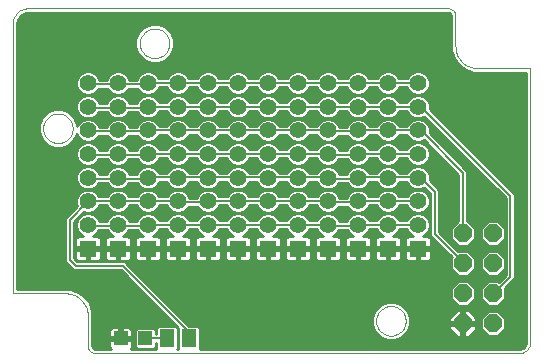
<source format=gtl>
G75*
%MOIN*%
%OFA0B0*%
%FSLAX24Y24*%
%IPPOS*%
%LPD*%
%AMOC8*
5,1,8,0,0,1.08239X$1,22.5*
%
%ADD10C,0.0000*%
%ADD11OC8,0.0600*%
%ADD12R,0.0560X0.0560*%
%ADD13C,0.0560*%
%ADD14R,0.0472X0.0472*%
%ADD15R,0.0512X0.0591*%
%ADD16C,0.0100*%
%ADD17C,0.0080*%
D10*
X002650Y001400D02*
X002648Y001454D01*
X002642Y001507D01*
X002633Y001559D01*
X002620Y001611D01*
X002603Y001662D01*
X002582Y001712D01*
X002558Y001759D01*
X002531Y001805D01*
X002500Y001849D01*
X002467Y001891D01*
X002430Y001930D01*
X002391Y001967D01*
X002349Y002000D01*
X002305Y002031D01*
X002259Y002058D01*
X002212Y002082D01*
X002162Y002103D01*
X002111Y002120D01*
X002059Y002133D01*
X002007Y002142D01*
X001954Y002148D01*
X001900Y002150D01*
X000150Y002150D01*
X000150Y011256D01*
X000150Y011150D02*
X000152Y011194D01*
X000158Y011237D01*
X000167Y011279D01*
X000180Y011321D01*
X000197Y011361D01*
X000217Y011400D01*
X000240Y011437D01*
X000267Y011471D01*
X000296Y011504D01*
X000329Y011533D01*
X000363Y011560D01*
X000400Y011583D01*
X000439Y011603D01*
X000479Y011620D01*
X000521Y011633D01*
X000563Y011642D01*
X000606Y011648D01*
X000650Y011650D01*
X014650Y011650D01*
X014680Y011648D01*
X014710Y011643D01*
X014739Y011634D01*
X014766Y011621D01*
X014792Y011606D01*
X014816Y011587D01*
X014837Y011566D01*
X014856Y011542D01*
X014871Y011516D01*
X014884Y011489D01*
X014893Y011460D01*
X014898Y011430D01*
X014900Y011400D01*
X014900Y010400D01*
X014902Y010346D01*
X014908Y010293D01*
X014917Y010241D01*
X014930Y010189D01*
X014947Y010138D01*
X014968Y010088D01*
X014992Y010041D01*
X015019Y009995D01*
X015050Y009951D01*
X015083Y009909D01*
X015120Y009870D01*
X015159Y009833D01*
X015201Y009800D01*
X015245Y009769D01*
X015291Y009742D01*
X015338Y009718D01*
X015388Y009697D01*
X015439Y009680D01*
X015491Y009667D01*
X015543Y009658D01*
X015596Y009652D01*
X015650Y009650D01*
X017400Y009650D01*
X017400Y000544D01*
X017398Y000505D01*
X017392Y000467D01*
X017383Y000430D01*
X017370Y000393D01*
X017353Y000358D01*
X017334Y000325D01*
X017311Y000294D01*
X017285Y000265D01*
X017256Y000239D01*
X017225Y000216D01*
X017192Y000197D01*
X017157Y000180D01*
X017120Y000167D01*
X017083Y000158D01*
X017045Y000152D01*
X017006Y000150D01*
X017150Y000150D02*
X002900Y000150D01*
X002870Y000152D01*
X002840Y000157D01*
X002811Y000166D01*
X002784Y000179D01*
X002758Y000194D01*
X002734Y000213D01*
X002713Y000234D01*
X002694Y000258D01*
X002679Y000284D01*
X002666Y000311D01*
X002657Y000340D01*
X002652Y000370D01*
X002650Y000400D01*
X002650Y001400D01*
X001158Y007650D02*
X001160Y007694D01*
X001166Y007738D01*
X001176Y007781D01*
X001189Y007823D01*
X001207Y007863D01*
X001228Y007902D01*
X001252Y007939D01*
X001279Y007974D01*
X001310Y008006D01*
X001343Y008035D01*
X001379Y008061D01*
X001417Y008083D01*
X001457Y008102D01*
X001498Y008118D01*
X001541Y008130D01*
X001584Y008138D01*
X001628Y008142D01*
X001672Y008142D01*
X001716Y008138D01*
X001759Y008130D01*
X001802Y008118D01*
X001843Y008102D01*
X001883Y008083D01*
X001921Y008061D01*
X001957Y008035D01*
X001990Y008006D01*
X002021Y007974D01*
X002048Y007939D01*
X002072Y007902D01*
X002093Y007863D01*
X002111Y007823D01*
X002124Y007781D01*
X002134Y007738D01*
X002140Y007694D01*
X002142Y007650D01*
X002140Y007606D01*
X002134Y007562D01*
X002124Y007519D01*
X002111Y007477D01*
X002093Y007437D01*
X002072Y007398D01*
X002048Y007361D01*
X002021Y007326D01*
X001990Y007294D01*
X001957Y007265D01*
X001921Y007239D01*
X001883Y007217D01*
X001843Y007198D01*
X001802Y007182D01*
X001759Y007170D01*
X001716Y007162D01*
X001672Y007158D01*
X001628Y007158D01*
X001584Y007162D01*
X001541Y007170D01*
X001498Y007182D01*
X001457Y007198D01*
X001417Y007217D01*
X001379Y007239D01*
X001343Y007265D01*
X001310Y007294D01*
X001279Y007326D01*
X001252Y007361D01*
X001228Y007398D01*
X001207Y007437D01*
X001189Y007477D01*
X001176Y007519D01*
X001166Y007562D01*
X001160Y007606D01*
X001158Y007650D01*
X004382Y010485D02*
X004384Y010529D01*
X004390Y010573D01*
X004400Y010616D01*
X004413Y010658D01*
X004431Y010698D01*
X004452Y010737D01*
X004476Y010774D01*
X004503Y010809D01*
X004534Y010841D01*
X004567Y010870D01*
X004603Y010896D01*
X004641Y010918D01*
X004681Y010937D01*
X004722Y010953D01*
X004765Y010965D01*
X004808Y010973D01*
X004852Y010977D01*
X004896Y010977D01*
X004940Y010973D01*
X004983Y010965D01*
X005026Y010953D01*
X005067Y010937D01*
X005107Y010918D01*
X005145Y010896D01*
X005181Y010870D01*
X005214Y010841D01*
X005245Y010809D01*
X005272Y010774D01*
X005296Y010737D01*
X005317Y010698D01*
X005335Y010658D01*
X005348Y010616D01*
X005358Y010573D01*
X005364Y010529D01*
X005366Y010485D01*
X005364Y010441D01*
X005358Y010397D01*
X005348Y010354D01*
X005335Y010312D01*
X005317Y010272D01*
X005296Y010233D01*
X005272Y010196D01*
X005245Y010161D01*
X005214Y010129D01*
X005181Y010100D01*
X005145Y010074D01*
X005107Y010052D01*
X005067Y010033D01*
X005026Y010017D01*
X004983Y010005D01*
X004940Y009997D01*
X004896Y009993D01*
X004852Y009993D01*
X004808Y009997D01*
X004765Y010005D01*
X004722Y010017D01*
X004681Y010033D01*
X004641Y010052D01*
X004603Y010074D01*
X004567Y010100D01*
X004534Y010129D01*
X004503Y010161D01*
X004476Y010196D01*
X004452Y010233D01*
X004431Y010272D01*
X004413Y010312D01*
X004400Y010354D01*
X004390Y010397D01*
X004384Y010441D01*
X004382Y010485D01*
X012256Y001233D02*
X012258Y001277D01*
X012264Y001321D01*
X012274Y001364D01*
X012287Y001406D01*
X012305Y001446D01*
X012326Y001485D01*
X012350Y001522D01*
X012377Y001557D01*
X012408Y001589D01*
X012441Y001618D01*
X012477Y001644D01*
X012515Y001666D01*
X012555Y001685D01*
X012596Y001701D01*
X012639Y001713D01*
X012682Y001721D01*
X012726Y001725D01*
X012770Y001725D01*
X012814Y001721D01*
X012857Y001713D01*
X012900Y001701D01*
X012941Y001685D01*
X012981Y001666D01*
X013019Y001644D01*
X013055Y001618D01*
X013088Y001589D01*
X013119Y001557D01*
X013146Y001522D01*
X013170Y001485D01*
X013191Y001446D01*
X013209Y001406D01*
X013222Y001364D01*
X013232Y001321D01*
X013238Y001277D01*
X013240Y001233D01*
X013238Y001189D01*
X013232Y001145D01*
X013222Y001102D01*
X013209Y001060D01*
X013191Y001020D01*
X013170Y000981D01*
X013146Y000944D01*
X013119Y000909D01*
X013088Y000877D01*
X013055Y000848D01*
X013019Y000822D01*
X012981Y000800D01*
X012941Y000781D01*
X012900Y000765D01*
X012857Y000753D01*
X012814Y000745D01*
X012770Y000741D01*
X012726Y000741D01*
X012682Y000745D01*
X012639Y000753D01*
X012596Y000765D01*
X012555Y000781D01*
X012515Y000800D01*
X012477Y000822D01*
X012441Y000848D01*
X012408Y000877D01*
X012377Y000909D01*
X012350Y000944D01*
X012326Y000981D01*
X012305Y001020D01*
X012287Y001060D01*
X012274Y001102D01*
X012264Y001145D01*
X012258Y001189D01*
X012256Y001233D01*
D11*
X015150Y001150D03*
X016150Y001150D03*
X016150Y002150D03*
X015150Y002150D03*
X015150Y003150D03*
X016150Y003150D03*
X016150Y004150D03*
X015150Y004150D03*
D12*
X013650Y003644D03*
X012650Y003644D03*
X011650Y003644D03*
X010650Y003644D03*
X009650Y003644D03*
X008650Y003644D03*
X007650Y003644D03*
X006650Y003644D03*
X005650Y003644D03*
X004650Y003644D03*
X003650Y003644D03*
X002650Y003644D03*
D13*
X002650Y004431D03*
X003650Y004431D03*
X004650Y004431D03*
X005650Y004431D03*
X006650Y004431D03*
X007650Y004431D03*
X008650Y004431D03*
X009650Y004431D03*
X010650Y004431D03*
X011650Y004431D03*
X012650Y004431D03*
X013650Y004431D03*
X013650Y005219D03*
X012650Y005219D03*
X012650Y006006D03*
X013650Y006006D03*
X013650Y006794D03*
X012650Y006794D03*
X011650Y006794D03*
X010650Y006794D03*
X009650Y006794D03*
X008650Y006794D03*
X007650Y006794D03*
X006650Y006794D03*
X005650Y006794D03*
X004650Y006794D03*
X003650Y006794D03*
X002650Y006794D03*
X002650Y007581D03*
X002650Y008369D03*
X003650Y008369D03*
X003650Y007581D03*
X004650Y007581D03*
X005650Y007581D03*
X005650Y008369D03*
X004650Y008369D03*
X004650Y009156D03*
X005650Y009156D03*
X006650Y009156D03*
X007650Y009156D03*
X008650Y009156D03*
X009650Y009156D03*
X010650Y009156D03*
X011650Y009156D03*
X012650Y009156D03*
X013650Y009156D03*
X013650Y008369D03*
X012650Y008369D03*
X012650Y007581D03*
X013650Y007581D03*
X011650Y007581D03*
X011650Y008369D03*
X010650Y008369D03*
X009650Y008369D03*
X009650Y007581D03*
X010650Y007581D03*
X008650Y007581D03*
X008650Y008369D03*
X007650Y008369D03*
X006650Y008369D03*
X006650Y007581D03*
X007650Y007581D03*
X007650Y006006D03*
X006650Y006006D03*
X006650Y005219D03*
X007650Y005219D03*
X008650Y005219D03*
X008650Y006006D03*
X009650Y006006D03*
X010650Y006006D03*
X010650Y005219D03*
X009650Y005219D03*
X011650Y005219D03*
X011650Y006006D03*
X005650Y006006D03*
X004650Y006006D03*
X004650Y005219D03*
X005650Y005219D03*
X003650Y005219D03*
X003650Y006006D03*
X002650Y006006D03*
X002650Y005219D03*
X002650Y009156D03*
X003650Y009156D03*
D14*
X003737Y000650D03*
X004563Y000650D03*
D15*
X005276Y000650D03*
X006024Y000650D03*
D16*
X005658Y000643D02*
X005642Y000643D01*
X005642Y000741D02*
X005658Y000741D01*
X005658Y000840D02*
X005642Y000840D01*
X005642Y000938D02*
X005658Y000938D01*
X005658Y000991D02*
X005658Y000309D01*
X005667Y000300D01*
X005633Y000300D01*
X005642Y000309D01*
X005642Y000991D01*
X005577Y001055D01*
X004975Y001055D01*
X004910Y000991D01*
X004910Y000812D01*
X004910Y000812D01*
X004910Y000932D01*
X004845Y000996D01*
X004282Y000996D01*
X004217Y000932D01*
X004217Y000368D01*
X004282Y000304D01*
X004845Y000304D01*
X004910Y000368D01*
X004910Y000512D01*
X004910Y000309D01*
X004919Y000300D01*
X004071Y000300D01*
X004093Y000322D01*
X004113Y000356D01*
X004123Y000394D01*
X004123Y000600D01*
X003787Y000600D01*
X003787Y000700D01*
X004123Y000700D01*
X004123Y000906D01*
X004113Y000944D01*
X004093Y000978D01*
X004065Y001006D01*
X004031Y001026D01*
X003993Y001036D01*
X003787Y001036D01*
X003787Y000700D01*
X003687Y000700D01*
X003687Y001036D01*
X003481Y001036D01*
X003442Y001026D01*
X003408Y001006D01*
X003380Y000978D01*
X003361Y000944D01*
X003350Y000906D01*
X003350Y000700D01*
X003687Y000700D01*
X003687Y000600D01*
X003350Y000600D01*
X003350Y000394D01*
X003361Y000356D01*
X003380Y000322D01*
X003402Y000300D01*
X002900Y000300D01*
X002874Y000303D01*
X002829Y000329D01*
X002803Y000374D01*
X002800Y000400D01*
X002800Y001543D01*
X002712Y001814D01*
X002544Y002044D01*
X002314Y002212D01*
X002314Y002212D01*
X002043Y002300D01*
X000300Y002300D01*
X000300Y011150D01*
X000307Y011218D01*
X000359Y011344D01*
X000456Y011441D01*
X000582Y011493D01*
X000650Y011500D01*
X014650Y011500D01*
X014676Y011497D01*
X014721Y011471D01*
X014747Y011426D01*
X014750Y011400D01*
X014750Y010257D01*
X014838Y009986D01*
X015006Y009756D01*
X015236Y009588D01*
X015236Y009588D01*
X015507Y009500D01*
X017250Y009500D01*
X017250Y000544D01*
X006390Y000544D01*
X006390Y000446D02*
X017224Y000446D01*
X017209Y000408D02*
X017142Y000341D01*
X017054Y000305D01*
X017006Y000300D01*
X006381Y000300D01*
X006390Y000309D01*
X006390Y000991D01*
X006325Y001055D01*
X006032Y001055D01*
X003961Y003126D01*
X003874Y003213D01*
X002299Y003213D01*
X002190Y003322D01*
X002190Y004537D01*
X002508Y004855D01*
X002572Y004829D01*
X002728Y004829D01*
X002871Y004888D01*
X002981Y004998D01*
X003014Y005079D01*
X003286Y005079D01*
X003319Y004998D01*
X003429Y004888D01*
X003572Y004829D01*
X003728Y004829D01*
X003871Y004888D01*
X003981Y004998D01*
X004014Y005079D01*
X004286Y005079D01*
X004319Y004998D01*
X004429Y004888D01*
X004572Y004829D01*
X004728Y004829D01*
X004871Y004888D01*
X004981Y004998D01*
X005014Y005079D01*
X005286Y005079D01*
X005319Y004998D01*
X005429Y004888D01*
X005572Y004829D01*
X005728Y004829D01*
X005871Y004888D01*
X005981Y004998D01*
X005998Y005039D01*
X006302Y005039D01*
X006319Y004998D01*
X006429Y004888D01*
X006572Y004829D01*
X006728Y004829D01*
X006871Y004888D01*
X006981Y004998D01*
X007014Y005079D01*
X007286Y005079D01*
X007319Y004998D01*
X007429Y004888D01*
X007572Y004829D01*
X007728Y004829D01*
X007871Y004888D01*
X007981Y004998D01*
X008014Y005079D01*
X008286Y005079D01*
X008319Y004998D01*
X008429Y004888D01*
X008572Y004829D01*
X008728Y004829D01*
X008871Y004888D01*
X008981Y004998D01*
X009014Y005079D01*
X009286Y005079D01*
X009319Y004998D01*
X009429Y004888D01*
X009572Y004829D01*
X009728Y004829D01*
X009871Y004888D01*
X009981Y004998D01*
X010014Y005079D01*
X010286Y005079D01*
X010319Y004998D01*
X010429Y004888D01*
X010572Y004829D01*
X010728Y004829D01*
X010871Y004888D01*
X010981Y004998D01*
X010998Y005039D01*
X011302Y005039D01*
X011319Y004998D01*
X011429Y004888D01*
X011572Y004829D01*
X011728Y004829D01*
X011871Y004888D01*
X011981Y004998D01*
X012014Y005079D01*
X012286Y005079D01*
X012319Y004998D01*
X012429Y004888D01*
X012572Y004829D01*
X012728Y004829D01*
X012871Y004888D01*
X012981Y004998D01*
X013014Y005079D01*
X013286Y005079D01*
X013319Y004998D01*
X013429Y004888D01*
X013572Y004829D01*
X013728Y004829D01*
X013871Y004888D01*
X013981Y004998D01*
X014040Y005141D01*
X014040Y005296D01*
X013981Y005440D01*
X013871Y005550D01*
X013728Y005609D01*
X013572Y005609D01*
X013429Y005550D01*
X013319Y005440D01*
X013294Y005379D01*
X013006Y005379D01*
X012981Y005440D01*
X012871Y005550D01*
X012728Y005609D01*
X012572Y005609D01*
X012429Y005550D01*
X012319Y005440D01*
X012294Y005379D01*
X012006Y005379D01*
X011981Y005440D01*
X011871Y005550D01*
X011728Y005609D01*
X011572Y005609D01*
X011429Y005550D01*
X011319Y005440D01*
X011278Y005339D01*
X011022Y005339D01*
X010981Y005440D01*
X010871Y005550D01*
X010728Y005609D01*
X010572Y005609D01*
X010429Y005550D01*
X010319Y005440D01*
X010294Y005379D01*
X010006Y005379D01*
X009981Y005440D01*
X009871Y005550D01*
X009728Y005609D01*
X009572Y005609D01*
X009429Y005550D01*
X009319Y005440D01*
X009294Y005379D01*
X009006Y005379D01*
X008981Y005440D01*
X008871Y005550D01*
X008728Y005609D01*
X008572Y005609D01*
X008429Y005550D01*
X008319Y005440D01*
X008294Y005379D01*
X008006Y005379D01*
X007981Y005440D01*
X007871Y005550D01*
X007728Y005609D01*
X007572Y005609D01*
X007429Y005550D01*
X007319Y005440D01*
X007294Y005379D01*
X007006Y005379D01*
X006981Y005440D01*
X006871Y005550D01*
X006728Y005609D01*
X006572Y005609D01*
X006429Y005550D01*
X006319Y005440D01*
X006278Y005339D01*
X006022Y005339D01*
X005981Y005440D01*
X005871Y005550D01*
X005728Y005609D01*
X005572Y005609D01*
X005429Y005550D01*
X005319Y005440D01*
X005294Y005379D01*
X005006Y005379D01*
X004981Y005440D01*
X004871Y005550D01*
X004728Y005609D01*
X004572Y005609D01*
X004429Y005550D01*
X004319Y005440D01*
X004294Y005379D01*
X004006Y005379D01*
X003981Y005440D01*
X003871Y005550D01*
X003728Y005609D01*
X003572Y005609D01*
X003429Y005550D01*
X003319Y005440D01*
X003294Y005379D01*
X003006Y005379D01*
X002981Y005440D01*
X002871Y005550D01*
X002728Y005609D01*
X002572Y005609D01*
X002429Y005550D01*
X002319Y005440D01*
X002260Y005296D01*
X002260Y005141D01*
X002292Y005063D01*
X001890Y004661D01*
X001890Y003198D01*
X001978Y003110D01*
X002174Y002913D01*
X003749Y002913D01*
X005665Y000998D01*
X005658Y000991D01*
X005626Y001037D02*
X005596Y001037D01*
X005528Y001135D02*
X002800Y001135D01*
X002800Y001037D02*
X004956Y001037D01*
X004910Y000938D02*
X004903Y000938D01*
X004910Y000840D02*
X004910Y000840D01*
X004910Y000512D02*
X004910Y000512D01*
X004910Y000446D02*
X004910Y000446D01*
X004910Y000347D02*
X004888Y000347D01*
X004238Y000347D02*
X004107Y000347D01*
X004123Y000446D02*
X004217Y000446D01*
X004217Y000544D02*
X004123Y000544D01*
X004217Y000643D02*
X003787Y000643D01*
X003787Y000741D02*
X003687Y000741D01*
X003687Y000643D02*
X002800Y000643D01*
X002800Y000741D02*
X003350Y000741D01*
X003350Y000840D02*
X002800Y000840D01*
X002800Y000938D02*
X003359Y000938D01*
X003687Y000938D02*
X003787Y000938D01*
X003787Y000840D02*
X003687Y000840D01*
X004123Y000840D02*
X004217Y000840D01*
X004223Y000938D02*
X004114Y000938D01*
X004123Y000741D02*
X004217Y000741D01*
X003350Y000544D02*
X002800Y000544D01*
X002800Y000446D02*
X003350Y000446D01*
X003366Y000347D02*
X002819Y000347D01*
X002800Y001234D02*
X005429Y001234D01*
X005331Y001332D02*
X002800Y001332D01*
X002800Y001431D02*
X005232Y001431D01*
X005134Y001529D02*
X002800Y001529D01*
X002772Y001628D02*
X005035Y001628D01*
X004937Y001726D02*
X002740Y001726D01*
X002712Y001814D02*
X002712Y001814D01*
X002704Y001825D02*
X004838Y001825D01*
X004740Y001923D02*
X002632Y001923D01*
X002561Y002022D02*
X004641Y002022D01*
X004543Y002120D02*
X002440Y002120D01*
X002544Y002044D02*
X002544Y002044D01*
X002544Y002044D01*
X002293Y002219D02*
X004444Y002219D01*
X004346Y002317D02*
X000300Y002317D01*
X000300Y002416D02*
X004247Y002416D01*
X004149Y002514D02*
X000300Y002514D01*
X000300Y002613D02*
X004050Y002613D01*
X003952Y002711D02*
X000300Y002711D01*
X000300Y002810D02*
X003853Y002810D01*
X003755Y002908D02*
X000300Y002908D01*
X000300Y003007D02*
X002081Y003007D01*
X001983Y003105D02*
X000300Y003105D01*
X000300Y003204D02*
X001890Y003204D01*
X001890Y003302D02*
X000300Y003302D01*
X000300Y003401D02*
X001890Y003401D01*
X001890Y003499D02*
X000300Y003499D01*
X000300Y003598D02*
X001890Y003598D01*
X001890Y003696D02*
X000300Y003696D01*
X000300Y003795D02*
X001890Y003795D01*
X001890Y003893D02*
X000300Y003893D01*
X000300Y003992D02*
X001890Y003992D01*
X001890Y004090D02*
X000300Y004090D01*
X000300Y004189D02*
X001890Y004189D01*
X001890Y004287D02*
X000300Y004287D01*
X000300Y004386D02*
X001890Y004386D01*
X001890Y004484D02*
X000300Y004484D01*
X000300Y004583D02*
X001890Y004583D01*
X001910Y004681D02*
X000300Y004681D01*
X000300Y004780D02*
X002008Y004780D01*
X002107Y004878D02*
X000300Y004878D01*
X000300Y004977D02*
X002205Y004977D01*
X002287Y005075D02*
X000300Y005075D01*
X000300Y005174D02*
X002260Y005174D01*
X002260Y005272D02*
X000300Y005272D01*
X000300Y005371D02*
X002291Y005371D01*
X002349Y005469D02*
X000300Y005469D01*
X000300Y005568D02*
X002473Y005568D01*
X002452Y005666D02*
X000300Y005666D01*
X000300Y005765D02*
X002340Y005765D01*
X002319Y005785D02*
X002429Y005676D01*
X002572Y005616D01*
X002728Y005616D01*
X002871Y005676D01*
X002981Y005785D01*
X002998Y005827D01*
X003302Y005827D01*
X003319Y005785D01*
X003429Y005676D01*
X003572Y005616D01*
X003728Y005616D01*
X003871Y005676D01*
X003981Y005785D01*
X003998Y005827D01*
X004302Y005827D01*
X004319Y005785D01*
X004429Y005676D01*
X004572Y005616D01*
X004728Y005616D01*
X004871Y005676D01*
X004981Y005785D01*
X005014Y005866D01*
X005286Y005866D01*
X005319Y005785D01*
X005429Y005676D01*
X005572Y005616D01*
X005728Y005616D01*
X005871Y005676D01*
X005981Y005785D01*
X006014Y005866D01*
X006286Y005866D01*
X006319Y005785D01*
X006429Y005676D01*
X006572Y005616D01*
X006728Y005616D01*
X006871Y005676D01*
X006981Y005785D01*
X007014Y005866D01*
X007286Y005866D01*
X007319Y005785D01*
X007429Y005676D01*
X007572Y005616D01*
X007728Y005616D01*
X007871Y005676D01*
X007981Y005785D01*
X008014Y005866D01*
X008286Y005866D01*
X008319Y005785D01*
X008429Y005676D01*
X008572Y005616D01*
X008728Y005616D01*
X008871Y005676D01*
X008981Y005785D01*
X009014Y005866D01*
X009286Y005866D01*
X009319Y005785D01*
X009429Y005676D01*
X009572Y005616D01*
X009728Y005616D01*
X009871Y005676D01*
X009981Y005785D01*
X010014Y005866D01*
X010286Y005866D01*
X010319Y005785D01*
X010429Y005676D01*
X010572Y005616D01*
X010728Y005616D01*
X010871Y005676D01*
X010981Y005785D01*
X010998Y005827D01*
X011302Y005827D01*
X011319Y005785D01*
X011429Y005676D01*
X011572Y005616D01*
X011728Y005616D01*
X011871Y005676D01*
X011981Y005785D01*
X012014Y005866D01*
X012286Y005866D01*
X012319Y005785D01*
X012429Y005676D01*
X012572Y005616D01*
X012728Y005616D01*
X012871Y005676D01*
X012981Y005785D01*
X013014Y005866D01*
X013286Y005866D01*
X013319Y005785D01*
X013429Y005676D01*
X013572Y005616D01*
X013728Y005616D01*
X013864Y005673D01*
X014055Y005482D01*
X014055Y004064D01*
X014143Y003976D01*
X014770Y003350D01*
X014740Y003320D01*
X014740Y002980D01*
X014980Y002740D01*
X015320Y002740D01*
X015560Y002980D01*
X015560Y003320D01*
X015320Y003560D01*
X014984Y003560D01*
X014355Y004189D01*
X014740Y004189D01*
X014740Y004287D02*
X014355Y004287D01*
X014355Y004189D02*
X014355Y005606D01*
X014038Y005923D01*
X014040Y005929D01*
X014040Y006084D01*
X013981Y006227D01*
X013871Y006337D01*
X013728Y006396D01*
X013572Y006396D01*
X013429Y006337D01*
X013319Y006227D01*
X013294Y006166D01*
X013006Y006166D01*
X012981Y006227D01*
X012871Y006337D01*
X012728Y006396D01*
X012572Y006396D01*
X012429Y006337D01*
X012319Y006227D01*
X012294Y006166D01*
X012006Y006166D01*
X011981Y006227D01*
X011871Y006337D01*
X011728Y006396D01*
X011572Y006396D01*
X011429Y006337D01*
X011319Y006227D01*
X011278Y006127D01*
X011022Y006127D01*
X010981Y006227D01*
X010871Y006337D01*
X010728Y006396D01*
X010572Y006396D01*
X010429Y006337D01*
X010319Y006227D01*
X010294Y006166D01*
X010006Y006166D01*
X009981Y006227D01*
X009871Y006337D01*
X009728Y006396D01*
X009572Y006396D01*
X009429Y006337D01*
X009319Y006227D01*
X009294Y006166D01*
X009006Y006166D01*
X008981Y006227D01*
X008871Y006337D01*
X008728Y006396D01*
X008572Y006396D01*
X008429Y006337D01*
X008319Y006227D01*
X008294Y006166D01*
X008006Y006166D01*
X007981Y006227D01*
X007871Y006337D01*
X007728Y006396D01*
X007572Y006396D01*
X007429Y006337D01*
X007319Y006227D01*
X007294Y006166D01*
X007006Y006166D01*
X006981Y006227D01*
X006871Y006337D01*
X006728Y006396D01*
X006572Y006396D01*
X006429Y006337D01*
X006319Y006227D01*
X006294Y006166D01*
X006006Y006166D01*
X005981Y006227D01*
X005871Y006337D01*
X005728Y006396D01*
X005572Y006396D01*
X005429Y006337D01*
X005319Y006227D01*
X005294Y006166D01*
X005006Y006166D01*
X004981Y006227D01*
X004871Y006337D01*
X004728Y006396D01*
X004572Y006396D01*
X004429Y006337D01*
X004319Y006227D01*
X004278Y006127D01*
X004022Y006127D01*
X003981Y006227D01*
X003871Y006337D01*
X003728Y006396D01*
X003572Y006396D01*
X003429Y006337D01*
X003319Y006227D01*
X003278Y006127D01*
X003022Y006127D01*
X002981Y006227D01*
X002871Y006337D01*
X002728Y006396D01*
X002572Y006396D01*
X002429Y006337D01*
X002319Y006227D01*
X002260Y006084D01*
X002260Y005929D01*
X002319Y005785D01*
X002287Y005863D02*
X000300Y005863D01*
X000300Y005962D02*
X002260Y005962D01*
X002260Y006060D02*
X000300Y006060D01*
X000300Y006159D02*
X002291Y006159D01*
X002349Y006257D02*
X000300Y006257D01*
X000300Y006356D02*
X002474Y006356D01*
X002451Y006454D02*
X000300Y006454D01*
X000300Y006553D02*
X002340Y006553D01*
X002319Y006573D02*
X002429Y006463D01*
X002572Y006404D01*
X002728Y006404D01*
X002871Y006463D01*
X002981Y006573D01*
X002998Y006614D01*
X003302Y006614D01*
X003319Y006573D01*
X003429Y006463D01*
X003572Y006404D01*
X003728Y006404D01*
X003871Y006463D01*
X003981Y006573D01*
X003998Y006614D01*
X004302Y006614D01*
X004319Y006573D01*
X004429Y006463D01*
X004572Y006404D01*
X004728Y006404D01*
X004871Y006463D01*
X004981Y006573D01*
X005014Y006654D01*
X005286Y006654D01*
X005319Y006573D01*
X005429Y006463D01*
X005572Y006404D01*
X005728Y006404D01*
X005871Y006463D01*
X005981Y006573D01*
X006014Y006654D01*
X006286Y006654D01*
X006319Y006573D01*
X006429Y006463D01*
X006572Y006404D01*
X006728Y006404D01*
X006871Y006463D01*
X006981Y006573D01*
X007014Y006654D01*
X007286Y006654D01*
X007319Y006573D01*
X007429Y006463D01*
X007572Y006404D01*
X007728Y006404D01*
X007871Y006463D01*
X007981Y006573D01*
X008014Y006654D01*
X008286Y006654D01*
X008319Y006573D01*
X008429Y006463D01*
X008572Y006404D01*
X008728Y006404D01*
X008871Y006463D01*
X008981Y006573D01*
X009014Y006654D01*
X009286Y006654D01*
X009319Y006573D01*
X009429Y006463D01*
X009572Y006404D01*
X009728Y006404D01*
X009871Y006463D01*
X009981Y006573D01*
X010014Y006654D01*
X010286Y006654D01*
X010319Y006573D01*
X010429Y006463D01*
X010572Y006404D01*
X010728Y006404D01*
X010871Y006463D01*
X010981Y006573D01*
X010998Y006614D01*
X011302Y006614D01*
X011319Y006573D01*
X011429Y006463D01*
X011572Y006404D01*
X011728Y006404D01*
X011871Y006463D01*
X011981Y006573D01*
X012014Y006654D01*
X012286Y006654D01*
X012319Y006573D01*
X012429Y006463D01*
X012572Y006404D01*
X012728Y006404D01*
X012871Y006463D01*
X012981Y006573D01*
X013014Y006654D01*
X013286Y006654D01*
X013319Y006573D01*
X013429Y006463D01*
X013572Y006404D01*
X013728Y006404D01*
X013871Y006463D01*
X013981Y006573D01*
X014040Y006716D01*
X014040Y006871D01*
X013981Y007015D01*
X013871Y007124D01*
X013728Y007184D01*
X013572Y007184D01*
X013429Y007124D01*
X013319Y007015D01*
X013294Y006954D01*
X013006Y006954D01*
X012981Y007015D01*
X012871Y007124D01*
X012728Y007184D01*
X012572Y007184D01*
X012429Y007124D01*
X012319Y007015D01*
X012294Y006954D01*
X012006Y006954D01*
X011981Y007015D01*
X011871Y007124D01*
X011728Y007184D01*
X011572Y007184D01*
X011429Y007124D01*
X011319Y007015D01*
X011278Y006914D01*
X011022Y006914D01*
X010981Y007015D01*
X010871Y007124D01*
X010728Y007184D01*
X010572Y007184D01*
X010429Y007124D01*
X010319Y007015D01*
X010294Y006954D01*
X010006Y006954D01*
X009981Y007015D01*
X009871Y007124D01*
X009728Y007184D01*
X009572Y007184D01*
X009429Y007124D01*
X009319Y007015D01*
X009294Y006954D01*
X009006Y006954D01*
X008981Y007015D01*
X008871Y007124D01*
X008728Y007184D01*
X008572Y007184D01*
X008429Y007124D01*
X008319Y007015D01*
X008294Y006954D01*
X008006Y006954D01*
X007981Y007015D01*
X007871Y007124D01*
X007728Y007184D01*
X007572Y007184D01*
X007429Y007124D01*
X007319Y007015D01*
X007294Y006954D01*
X007006Y006954D01*
X006981Y007015D01*
X006871Y007124D01*
X006728Y007184D01*
X006572Y007184D01*
X006429Y007124D01*
X006319Y007015D01*
X006294Y006954D01*
X006006Y006954D01*
X005981Y007015D01*
X005871Y007124D01*
X005728Y007184D01*
X005572Y007184D01*
X005429Y007124D01*
X005319Y007015D01*
X005294Y006954D01*
X005006Y006954D01*
X004981Y007015D01*
X004871Y007124D01*
X004728Y007184D01*
X004572Y007184D01*
X004429Y007124D01*
X004319Y007015D01*
X004278Y006914D01*
X004022Y006914D01*
X003981Y007015D01*
X003871Y007124D01*
X003728Y007184D01*
X003572Y007184D01*
X003429Y007124D01*
X003319Y007015D01*
X003278Y006914D01*
X003022Y006914D01*
X002981Y007015D01*
X002871Y007124D01*
X002728Y007184D01*
X002572Y007184D01*
X002429Y007124D01*
X002319Y007015D01*
X002260Y006871D01*
X002260Y006716D01*
X002319Y006573D01*
X002287Y006651D02*
X000300Y006651D01*
X000300Y006750D02*
X002260Y006750D01*
X002260Y006848D02*
X000300Y006848D01*
X000300Y006947D02*
X002291Y006947D01*
X002350Y007045D02*
X001867Y007045D01*
X001778Y007008D02*
X002014Y007106D01*
X002194Y007286D01*
X002272Y007474D01*
X002319Y007360D01*
X002429Y007250D01*
X002572Y007191D01*
X002728Y007191D01*
X002871Y007250D01*
X002981Y007360D01*
X002998Y007402D01*
X003302Y007402D01*
X003319Y007360D01*
X003429Y007250D01*
X003572Y007191D01*
X003728Y007191D01*
X003871Y007250D01*
X003981Y007360D01*
X003998Y007402D01*
X004302Y007402D01*
X004319Y007360D01*
X004429Y007250D01*
X004572Y007191D01*
X004728Y007191D01*
X004871Y007250D01*
X004981Y007360D01*
X005014Y007441D01*
X005286Y007441D01*
X005319Y007360D01*
X005429Y007250D01*
X005572Y007191D01*
X005728Y007191D01*
X005871Y007250D01*
X005981Y007360D01*
X006014Y007441D01*
X006286Y007441D01*
X006319Y007360D01*
X006429Y007250D01*
X006572Y007191D01*
X006728Y007191D01*
X006871Y007250D01*
X006981Y007360D01*
X007014Y007441D01*
X007286Y007441D01*
X007319Y007360D01*
X007429Y007250D01*
X007572Y007191D01*
X007728Y007191D01*
X007871Y007250D01*
X007981Y007360D01*
X008014Y007441D01*
X008286Y007441D01*
X008319Y007360D01*
X008429Y007250D01*
X008572Y007191D01*
X008728Y007191D01*
X008871Y007250D01*
X008981Y007360D01*
X009014Y007441D01*
X009286Y007441D01*
X009319Y007360D01*
X009429Y007250D01*
X009572Y007191D01*
X009728Y007191D01*
X009871Y007250D01*
X009981Y007360D01*
X010014Y007441D01*
X010286Y007441D01*
X010319Y007360D01*
X010429Y007250D01*
X010572Y007191D01*
X010728Y007191D01*
X010871Y007250D01*
X010981Y007360D01*
X010998Y007402D01*
X011302Y007402D01*
X011319Y007360D01*
X011429Y007250D01*
X011572Y007191D01*
X011728Y007191D01*
X011871Y007250D01*
X011981Y007360D01*
X012014Y007441D01*
X012286Y007441D01*
X012319Y007360D01*
X012429Y007250D01*
X012572Y007191D01*
X012728Y007191D01*
X012871Y007250D01*
X012981Y007360D01*
X013014Y007441D01*
X013286Y007441D01*
X013319Y007360D01*
X013429Y007250D01*
X013572Y007191D01*
X013728Y007191D01*
X013864Y007248D01*
X015000Y006111D01*
X015000Y004560D01*
X014980Y004560D01*
X014740Y004320D01*
X014740Y003980D01*
X014980Y003740D01*
X015320Y003740D01*
X015560Y003980D01*
X015560Y004320D01*
X015320Y004560D01*
X015300Y004560D01*
X015300Y006236D01*
X014038Y007498D01*
X014040Y007504D01*
X014040Y007659D01*
X013981Y007802D01*
X013871Y007912D01*
X013728Y007971D01*
X013572Y007971D01*
X013429Y007912D01*
X013319Y007802D01*
X013294Y007741D01*
X013006Y007741D01*
X012981Y007802D01*
X012871Y007912D01*
X012728Y007971D01*
X012572Y007971D01*
X012429Y007912D01*
X012319Y007802D01*
X012294Y007741D01*
X012006Y007741D01*
X011981Y007802D01*
X011871Y007912D01*
X011728Y007971D01*
X011572Y007971D01*
X011429Y007912D01*
X011319Y007802D01*
X011278Y007702D01*
X011022Y007702D01*
X010981Y007802D01*
X010871Y007912D01*
X010728Y007971D01*
X010572Y007971D01*
X010429Y007912D01*
X010319Y007802D01*
X010294Y007741D01*
X010006Y007741D01*
X009981Y007802D01*
X009871Y007912D01*
X009728Y007971D01*
X009572Y007971D01*
X009429Y007912D01*
X009319Y007802D01*
X009294Y007741D01*
X009006Y007741D01*
X008981Y007802D01*
X008871Y007912D01*
X008728Y007971D01*
X008572Y007971D01*
X008429Y007912D01*
X008319Y007802D01*
X008294Y007741D01*
X008006Y007741D01*
X007981Y007802D01*
X007871Y007912D01*
X007728Y007971D01*
X007572Y007971D01*
X007429Y007912D01*
X007319Y007802D01*
X007294Y007741D01*
X007006Y007741D01*
X006981Y007802D01*
X006871Y007912D01*
X006728Y007971D01*
X006572Y007971D01*
X006429Y007912D01*
X006319Y007802D01*
X006294Y007741D01*
X006006Y007741D01*
X005981Y007802D01*
X005871Y007912D01*
X005728Y007971D01*
X005572Y007971D01*
X005429Y007912D01*
X005319Y007802D01*
X005294Y007741D01*
X005006Y007741D01*
X004981Y007802D01*
X004871Y007912D01*
X004728Y007971D01*
X004572Y007971D01*
X004429Y007912D01*
X004319Y007802D01*
X004278Y007702D01*
X004022Y007702D01*
X003981Y007802D01*
X003871Y007912D01*
X003728Y007971D01*
X003572Y007971D01*
X003429Y007912D01*
X003319Y007802D01*
X003278Y007702D01*
X003022Y007702D01*
X002981Y007802D01*
X002871Y007912D01*
X002728Y007971D01*
X002572Y007971D01*
X002429Y007912D01*
X002319Y007802D01*
X002292Y007736D01*
X002292Y007778D01*
X002194Y008014D01*
X002014Y008194D01*
X001778Y008292D01*
X001522Y008292D01*
X001286Y008194D01*
X001106Y008014D01*
X001008Y007778D01*
X001008Y007522D01*
X001106Y007286D01*
X001286Y007106D01*
X001522Y007008D01*
X001778Y007008D01*
X001433Y007045D02*
X000300Y007045D01*
X000300Y007144D02*
X001248Y007144D01*
X001150Y007242D02*
X000300Y007242D01*
X000300Y007341D02*
X001083Y007341D01*
X001042Y007439D02*
X000300Y007439D01*
X000300Y007538D02*
X001008Y007538D01*
X001008Y007636D02*
X000300Y007636D01*
X000300Y007735D02*
X001008Y007735D01*
X001031Y007833D02*
X000300Y007833D01*
X000300Y007932D02*
X001072Y007932D01*
X001122Y008030D02*
X000300Y008030D01*
X000300Y008129D02*
X001220Y008129D01*
X001365Y008227D02*
X000300Y008227D01*
X000300Y008326D02*
X002260Y008326D01*
X002260Y008291D02*
X002319Y008148D01*
X002429Y008038D01*
X002572Y007979D01*
X002728Y007979D01*
X002871Y008038D01*
X002981Y008148D01*
X002998Y008189D01*
X003302Y008189D01*
X003319Y008148D01*
X003429Y008038D01*
X003572Y007979D01*
X003728Y007979D01*
X003871Y008038D01*
X003981Y008148D01*
X003998Y008189D01*
X004302Y008189D01*
X004319Y008148D01*
X004429Y008038D01*
X004572Y007979D01*
X004728Y007979D01*
X004871Y008038D01*
X004981Y008148D01*
X005014Y008228D01*
X005286Y008228D01*
X005319Y008148D01*
X005429Y008038D01*
X005572Y007979D01*
X005728Y007979D01*
X005871Y008038D01*
X005981Y008148D01*
X006014Y008228D01*
X006286Y008228D01*
X006319Y008148D01*
X006429Y008038D01*
X006572Y007979D01*
X006728Y007979D01*
X006871Y008038D01*
X006981Y008148D01*
X007014Y008228D01*
X007286Y008228D01*
X007319Y008148D01*
X007429Y008038D01*
X007572Y007979D01*
X007728Y007979D01*
X007871Y008038D01*
X007981Y008148D01*
X008014Y008228D01*
X008286Y008228D01*
X008319Y008148D01*
X008429Y008038D01*
X008572Y007979D01*
X008728Y007979D01*
X008871Y008038D01*
X008981Y008148D01*
X009014Y008228D01*
X009286Y008228D01*
X009319Y008148D01*
X009429Y008038D01*
X009572Y007979D01*
X009728Y007979D01*
X009871Y008038D01*
X009981Y008148D01*
X010014Y008228D01*
X010286Y008228D01*
X010319Y008148D01*
X010429Y008038D01*
X010572Y007979D01*
X010728Y007979D01*
X010871Y008038D01*
X010981Y008148D01*
X011014Y008228D01*
X011286Y008228D01*
X011319Y008148D01*
X011429Y008038D01*
X011572Y007979D01*
X011728Y007979D01*
X011871Y008038D01*
X011981Y008148D01*
X012014Y008228D01*
X012286Y008228D01*
X012319Y008148D01*
X012429Y008038D01*
X012572Y007979D01*
X012728Y007979D01*
X012871Y008038D01*
X012981Y008148D01*
X013014Y008228D01*
X013286Y008228D01*
X013319Y008148D01*
X013429Y008038D01*
X013572Y007979D01*
X013728Y007979D01*
X013864Y008035D01*
X016575Y005324D01*
X016575Y002771D01*
X016342Y002538D01*
X016320Y002560D01*
X015980Y002560D01*
X015740Y002320D01*
X015740Y001980D01*
X015980Y001740D01*
X016320Y001740D01*
X016560Y001980D01*
X016560Y002320D01*
X016554Y002326D01*
X016787Y002559D01*
X016875Y002647D01*
X016875Y005448D01*
X014038Y008285D01*
X014040Y008291D01*
X014040Y008446D01*
X013981Y008589D01*
X013871Y008699D01*
X013728Y008759D01*
X013572Y008759D01*
X013429Y008699D01*
X013319Y008589D01*
X013294Y008528D01*
X013006Y008528D01*
X012981Y008589D01*
X012871Y008699D01*
X012728Y008759D01*
X012572Y008759D01*
X012429Y008699D01*
X012319Y008589D01*
X012294Y008528D01*
X012006Y008528D01*
X011981Y008589D01*
X011871Y008699D01*
X011728Y008759D01*
X011572Y008759D01*
X011429Y008699D01*
X011319Y008589D01*
X011294Y008528D01*
X011006Y008528D01*
X010981Y008589D01*
X010871Y008699D01*
X010728Y008759D01*
X010572Y008759D01*
X010429Y008699D01*
X010319Y008589D01*
X010294Y008528D01*
X010006Y008528D01*
X009981Y008589D01*
X009871Y008699D01*
X009728Y008759D01*
X009572Y008759D01*
X009429Y008699D01*
X009319Y008589D01*
X009294Y008528D01*
X009006Y008528D01*
X008981Y008589D01*
X008871Y008699D01*
X008728Y008759D01*
X008572Y008759D01*
X008429Y008699D01*
X008319Y008589D01*
X008294Y008528D01*
X008006Y008528D01*
X007981Y008589D01*
X007871Y008699D01*
X007728Y008759D01*
X007572Y008759D01*
X007429Y008699D01*
X007319Y008589D01*
X007294Y008528D01*
X007006Y008528D01*
X006981Y008589D01*
X006871Y008699D01*
X006728Y008759D01*
X006572Y008759D01*
X006429Y008699D01*
X006319Y008589D01*
X006294Y008528D01*
X006006Y008528D01*
X005981Y008589D01*
X005871Y008699D01*
X005728Y008759D01*
X005572Y008759D01*
X005429Y008699D01*
X005319Y008589D01*
X005294Y008528D01*
X005006Y008528D01*
X004981Y008589D01*
X004871Y008699D01*
X004728Y008759D01*
X004572Y008759D01*
X004429Y008699D01*
X004319Y008589D01*
X004278Y008489D01*
X004022Y008489D01*
X003981Y008589D01*
X003871Y008699D01*
X003728Y008759D01*
X003572Y008759D01*
X003429Y008699D01*
X003319Y008589D01*
X003278Y008489D01*
X003022Y008489D01*
X002981Y008589D01*
X002871Y008699D01*
X002728Y008759D01*
X002572Y008759D01*
X002429Y008699D01*
X002319Y008589D01*
X002260Y008446D01*
X002260Y008291D01*
X002286Y008227D02*
X001935Y008227D01*
X002080Y008129D02*
X002338Y008129D01*
X002448Y008030D02*
X002178Y008030D01*
X002228Y007932D02*
X002477Y007932D01*
X002350Y007833D02*
X002269Y007833D01*
X002258Y007439D02*
X002287Y007439D01*
X002339Y007341D02*
X002217Y007341D01*
X002150Y007242D02*
X002450Y007242D01*
X002475Y007144D02*
X002052Y007144D01*
X002825Y007144D02*
X003475Y007144D01*
X003450Y007242D02*
X002850Y007242D01*
X002961Y007341D02*
X003339Y007341D01*
X003350Y007045D02*
X002950Y007045D01*
X003009Y006947D02*
X003291Y006947D01*
X003340Y006553D02*
X002960Y006553D01*
X002849Y006454D02*
X003451Y006454D01*
X003474Y006356D02*
X002826Y006356D01*
X002951Y006257D02*
X003349Y006257D01*
X003291Y006159D02*
X003009Y006159D01*
X002960Y005765D02*
X003340Y005765D01*
X003452Y005666D02*
X002848Y005666D01*
X002827Y005568D02*
X003473Y005568D01*
X003349Y005469D02*
X002951Y005469D01*
X003013Y005075D02*
X003287Y005075D01*
X003341Y004977D02*
X002959Y004977D01*
X002846Y004878D02*
X003454Y004878D01*
X003471Y004780D02*
X002829Y004780D01*
X002871Y004762D02*
X002728Y004821D01*
X002572Y004821D01*
X002429Y004762D01*
X002319Y004652D01*
X002260Y004509D01*
X002260Y004354D01*
X002319Y004211D01*
X002429Y004101D01*
X002494Y004074D01*
X002350Y004074D01*
X002312Y004064D01*
X002278Y004044D01*
X002250Y004016D01*
X002230Y003982D01*
X002220Y003944D01*
X002220Y003684D01*
X002610Y003684D01*
X002610Y003604D01*
X002690Y003604D01*
X002690Y003214D01*
X002950Y003214D01*
X002988Y003224D01*
X003022Y003244D01*
X003050Y003272D01*
X003070Y003306D01*
X003080Y003344D01*
X003080Y003604D01*
X002690Y003604D01*
X002690Y003684D01*
X003080Y003684D01*
X003080Y003944D01*
X003070Y003982D01*
X003050Y004016D01*
X003022Y004044D01*
X002988Y004064D01*
X002950Y004074D01*
X002806Y004074D01*
X002871Y004101D01*
X002981Y004211D01*
X002998Y004252D01*
X003302Y004252D01*
X003319Y004211D01*
X003429Y004101D01*
X003494Y004074D01*
X003350Y004074D01*
X003312Y004064D01*
X003278Y004044D01*
X003250Y004016D01*
X003230Y003982D01*
X003220Y003944D01*
X003220Y003684D01*
X003610Y003684D01*
X003610Y003604D01*
X003690Y003604D01*
X003690Y003214D01*
X003950Y003214D01*
X003988Y003224D01*
X004022Y003244D01*
X004050Y003272D01*
X004070Y003306D01*
X004080Y003344D01*
X004080Y003604D01*
X003690Y003604D01*
X003690Y003684D01*
X004080Y003684D01*
X004080Y003944D01*
X004070Y003982D01*
X004050Y004016D01*
X004022Y004044D01*
X003988Y004064D01*
X003950Y004074D01*
X003806Y004074D01*
X003871Y004101D01*
X003981Y004211D01*
X003998Y004252D01*
X004302Y004252D01*
X004319Y004211D01*
X004429Y004101D01*
X004494Y004074D01*
X004350Y004074D01*
X004312Y004064D01*
X004278Y004044D01*
X004250Y004016D01*
X004230Y003982D01*
X004220Y003944D01*
X004220Y003684D01*
X004610Y003684D01*
X004610Y003604D01*
X004690Y003604D01*
X004690Y003214D01*
X004950Y003214D01*
X004988Y003224D01*
X005022Y003244D01*
X005050Y003272D01*
X005070Y003306D01*
X005080Y003344D01*
X005080Y003604D01*
X004690Y003604D01*
X004690Y003684D01*
X005080Y003684D01*
X005080Y003944D01*
X005070Y003982D01*
X005050Y004016D01*
X005022Y004044D01*
X004988Y004064D01*
X004950Y004074D01*
X004806Y004074D01*
X004871Y004101D01*
X004981Y004211D01*
X005014Y004291D01*
X005286Y004291D01*
X005319Y004211D01*
X005429Y004101D01*
X005494Y004074D01*
X005350Y004074D01*
X005312Y004064D01*
X005278Y004044D01*
X005250Y004016D01*
X005230Y003982D01*
X005220Y003944D01*
X005220Y003684D01*
X005610Y003684D01*
X005610Y003604D01*
X005690Y003604D01*
X005690Y003214D01*
X005950Y003214D01*
X005988Y003224D01*
X006022Y003244D01*
X006050Y003272D01*
X006070Y003306D01*
X006080Y003344D01*
X006080Y003604D01*
X005690Y003604D01*
X005690Y003684D01*
X006080Y003684D01*
X006080Y003944D01*
X006070Y003982D01*
X006050Y004016D01*
X006022Y004044D01*
X005988Y004064D01*
X005950Y004074D01*
X005806Y004074D01*
X005871Y004101D01*
X005981Y004211D01*
X006014Y004291D01*
X006286Y004291D01*
X006319Y004211D01*
X006429Y004101D01*
X006494Y004074D01*
X006350Y004074D01*
X006312Y004064D01*
X006278Y004044D01*
X006250Y004016D01*
X006230Y003982D01*
X006220Y003944D01*
X006220Y003684D01*
X006610Y003684D01*
X006610Y003604D01*
X006690Y003604D01*
X006690Y003214D01*
X006950Y003214D01*
X006988Y003224D01*
X007022Y003244D01*
X007050Y003272D01*
X007070Y003306D01*
X007080Y003344D01*
X007080Y003604D01*
X006690Y003604D01*
X006690Y003684D01*
X007080Y003684D01*
X007080Y003944D01*
X007070Y003982D01*
X007050Y004016D01*
X007022Y004044D01*
X006988Y004064D01*
X006950Y004074D01*
X006806Y004074D01*
X006871Y004101D01*
X006981Y004211D01*
X007014Y004291D01*
X007286Y004291D01*
X007319Y004211D01*
X007429Y004101D01*
X007494Y004074D01*
X007350Y004074D01*
X007312Y004064D01*
X007278Y004044D01*
X007250Y004016D01*
X007230Y003982D01*
X007220Y003944D01*
X007220Y003684D01*
X007610Y003684D01*
X007610Y003604D01*
X007690Y003604D01*
X007690Y003214D01*
X007950Y003214D01*
X007988Y003224D01*
X008022Y003244D01*
X008050Y003272D01*
X008070Y003306D01*
X008080Y003344D01*
X008080Y003604D01*
X007690Y003604D01*
X007690Y003684D01*
X008080Y003684D01*
X008080Y003944D01*
X008070Y003982D01*
X008050Y004016D01*
X008022Y004044D01*
X007988Y004064D01*
X007950Y004074D01*
X007806Y004074D01*
X007871Y004101D01*
X007981Y004211D01*
X008014Y004291D01*
X008286Y004291D01*
X008319Y004211D01*
X008429Y004101D01*
X008494Y004074D01*
X008350Y004074D01*
X008312Y004064D01*
X008278Y004044D01*
X008250Y004016D01*
X008230Y003982D01*
X008220Y003944D01*
X008220Y003684D01*
X008610Y003684D01*
X008610Y003604D01*
X008690Y003604D01*
X008690Y003214D01*
X008950Y003214D01*
X008988Y003224D01*
X009022Y003244D01*
X009050Y003272D01*
X009070Y003306D01*
X009080Y003344D01*
X009080Y003604D01*
X008690Y003604D01*
X008690Y003684D01*
X009080Y003684D01*
X009080Y003944D01*
X009070Y003982D01*
X009050Y004016D01*
X009022Y004044D01*
X008988Y004064D01*
X008950Y004074D01*
X008806Y004074D01*
X008871Y004101D01*
X008981Y004211D01*
X009014Y004291D01*
X009286Y004291D01*
X009319Y004211D01*
X009429Y004101D01*
X009494Y004074D01*
X009350Y004074D01*
X009312Y004064D01*
X009278Y004044D01*
X009250Y004016D01*
X009230Y003982D01*
X009220Y003944D01*
X009220Y003684D01*
X009610Y003684D01*
X009610Y003604D01*
X009690Y003604D01*
X009690Y003214D01*
X009950Y003214D01*
X009988Y003224D01*
X010022Y003244D01*
X010050Y003272D01*
X010070Y003306D01*
X010080Y003344D01*
X010080Y003604D01*
X009690Y003604D01*
X009690Y003684D01*
X010080Y003684D01*
X010080Y003944D01*
X010070Y003982D01*
X010050Y004016D01*
X010022Y004044D01*
X009988Y004064D01*
X009950Y004074D01*
X009806Y004074D01*
X009871Y004101D01*
X009981Y004211D01*
X010014Y004291D01*
X010286Y004291D01*
X010319Y004211D01*
X010429Y004101D01*
X010494Y004074D01*
X010350Y004074D01*
X010312Y004064D01*
X010278Y004044D01*
X010250Y004016D01*
X010230Y003982D01*
X010220Y003944D01*
X010220Y003684D01*
X010610Y003684D01*
X010610Y003604D01*
X010690Y003604D01*
X010690Y003214D01*
X010950Y003214D01*
X010988Y003224D01*
X011022Y003244D01*
X011050Y003272D01*
X011070Y003306D01*
X011080Y003344D01*
X011080Y003604D01*
X010690Y003604D01*
X010690Y003684D01*
X011080Y003684D01*
X011080Y003944D01*
X011070Y003982D01*
X011050Y004016D01*
X011022Y004044D01*
X010988Y004064D01*
X010950Y004074D01*
X010806Y004074D01*
X010871Y004101D01*
X010981Y004211D01*
X010998Y004252D01*
X011302Y004252D01*
X011319Y004211D01*
X011429Y004101D01*
X011494Y004074D01*
X011350Y004074D01*
X011312Y004064D01*
X011278Y004044D01*
X011250Y004016D01*
X011230Y003982D01*
X011220Y003944D01*
X011220Y003684D01*
X011610Y003684D01*
X011610Y003604D01*
X011690Y003604D01*
X011690Y003214D01*
X011950Y003214D01*
X011988Y003224D01*
X012022Y003244D01*
X012050Y003272D01*
X012070Y003306D01*
X012080Y003344D01*
X012080Y003604D01*
X011690Y003604D01*
X011690Y003684D01*
X012080Y003684D01*
X012080Y003944D01*
X012070Y003982D01*
X012050Y004016D01*
X012022Y004044D01*
X011988Y004064D01*
X011950Y004074D01*
X011806Y004074D01*
X011871Y004101D01*
X011981Y004211D01*
X012014Y004291D01*
X012286Y004291D01*
X012319Y004211D01*
X012429Y004101D01*
X012494Y004074D01*
X012350Y004074D01*
X012312Y004064D01*
X012278Y004044D01*
X012250Y004016D01*
X012230Y003982D01*
X012220Y003944D01*
X012220Y003684D01*
X012610Y003684D01*
X012610Y003604D01*
X012690Y003604D01*
X012690Y003214D01*
X012950Y003214D01*
X012988Y003224D01*
X013022Y003244D01*
X013050Y003272D01*
X013070Y003306D01*
X013080Y003344D01*
X013080Y003604D01*
X012690Y003604D01*
X012690Y003684D01*
X013080Y003684D01*
X013080Y003944D01*
X013070Y003982D01*
X013050Y004016D01*
X013022Y004044D01*
X012988Y004064D01*
X012950Y004074D01*
X012806Y004074D01*
X012871Y004101D01*
X012981Y004211D01*
X013014Y004291D01*
X013286Y004291D01*
X013319Y004211D01*
X013429Y004101D01*
X013494Y004074D01*
X013350Y004074D01*
X013312Y004064D01*
X013278Y004044D01*
X013250Y004016D01*
X013230Y003982D01*
X013220Y003944D01*
X013220Y003684D01*
X013610Y003684D01*
X013610Y003604D01*
X013690Y003604D01*
X013690Y003214D01*
X013950Y003214D01*
X013988Y003224D01*
X014022Y003244D01*
X014050Y003272D01*
X014070Y003306D01*
X014080Y003344D01*
X014080Y003604D01*
X013690Y003604D01*
X013690Y003684D01*
X014080Y003684D01*
X014080Y003944D01*
X014070Y003982D01*
X014050Y004016D01*
X014022Y004044D01*
X013988Y004064D01*
X013950Y004074D01*
X013806Y004074D01*
X013871Y004101D01*
X013981Y004211D01*
X014040Y004354D01*
X014040Y004509D01*
X013981Y004652D01*
X013871Y004762D01*
X013728Y004821D01*
X013572Y004821D01*
X013429Y004762D01*
X013319Y004652D01*
X013294Y004591D01*
X013006Y004591D01*
X012981Y004652D01*
X012871Y004762D01*
X012728Y004821D01*
X012572Y004821D01*
X012429Y004762D01*
X012319Y004652D01*
X012294Y004591D01*
X012006Y004591D01*
X011981Y004652D01*
X011871Y004762D01*
X011728Y004821D01*
X011572Y004821D01*
X011429Y004762D01*
X011319Y004652D01*
X011278Y004552D01*
X011022Y004552D01*
X010981Y004652D01*
X010871Y004762D01*
X010728Y004821D01*
X010572Y004821D01*
X010429Y004762D01*
X010319Y004652D01*
X010294Y004591D01*
X010006Y004591D01*
X009981Y004652D01*
X009871Y004762D01*
X009728Y004821D01*
X009572Y004821D01*
X009429Y004762D01*
X009319Y004652D01*
X009294Y004591D01*
X009006Y004591D01*
X008981Y004652D01*
X008871Y004762D01*
X008728Y004821D01*
X008572Y004821D01*
X008429Y004762D01*
X008319Y004652D01*
X008294Y004591D01*
X008006Y004591D01*
X007981Y004652D01*
X007871Y004762D01*
X007728Y004821D01*
X007572Y004821D01*
X007429Y004762D01*
X007319Y004652D01*
X007294Y004591D01*
X007006Y004591D01*
X006981Y004652D01*
X006871Y004762D01*
X006728Y004821D01*
X006572Y004821D01*
X006429Y004762D01*
X006319Y004652D01*
X006294Y004591D01*
X006006Y004591D01*
X005981Y004652D01*
X005871Y004762D01*
X005728Y004821D01*
X005572Y004821D01*
X005429Y004762D01*
X005319Y004652D01*
X005294Y004591D01*
X005006Y004591D01*
X004981Y004652D01*
X004871Y004762D01*
X004728Y004821D01*
X004572Y004821D01*
X004429Y004762D01*
X004319Y004652D01*
X004278Y004552D01*
X004022Y004552D01*
X003981Y004652D01*
X003871Y004762D01*
X003728Y004821D01*
X003572Y004821D01*
X003429Y004762D01*
X003319Y004652D01*
X003278Y004552D01*
X003022Y004552D01*
X002981Y004652D01*
X002871Y004762D01*
X002952Y004681D02*
X003348Y004681D01*
X003290Y004583D02*
X003010Y004583D01*
X002959Y004189D02*
X003341Y004189D01*
X003455Y004090D02*
X002845Y004090D01*
X003064Y003992D02*
X003236Y003992D01*
X003220Y003893D02*
X003080Y003893D01*
X003080Y003795D02*
X003220Y003795D01*
X003220Y003696D02*
X003080Y003696D01*
X003080Y003598D02*
X003220Y003598D01*
X003220Y003604D02*
X003220Y003344D01*
X003230Y003306D01*
X003250Y003272D01*
X003278Y003244D01*
X003312Y003224D01*
X003350Y003214D01*
X003610Y003214D01*
X003610Y003604D01*
X003220Y003604D01*
X003220Y003499D02*
X003080Y003499D01*
X003080Y003401D02*
X003220Y003401D01*
X003233Y003302D02*
X003067Y003302D01*
X002690Y003302D02*
X002610Y003302D01*
X002610Y003214D02*
X002610Y003604D01*
X002220Y003604D01*
X002220Y003344D01*
X002230Y003306D01*
X002250Y003272D01*
X002278Y003244D01*
X002312Y003224D01*
X002350Y003214D01*
X002610Y003214D01*
X002610Y003401D02*
X002690Y003401D01*
X002690Y003499D02*
X002610Y003499D01*
X002610Y003598D02*
X002690Y003598D01*
X002220Y003598D02*
X002190Y003598D01*
X002190Y003696D02*
X002220Y003696D01*
X002220Y003795D02*
X002190Y003795D01*
X002190Y003893D02*
X002220Y003893D01*
X002236Y003992D02*
X002190Y003992D01*
X002190Y004090D02*
X002455Y004090D01*
X002341Y004189D02*
X002190Y004189D01*
X002190Y004287D02*
X002288Y004287D01*
X002260Y004386D02*
X002190Y004386D01*
X002190Y004484D02*
X002260Y004484D01*
X002236Y004583D02*
X002290Y004583D01*
X002334Y004681D02*
X002348Y004681D01*
X002433Y004780D02*
X002471Y004780D01*
X003829Y004780D02*
X004471Y004780D01*
X004454Y004878D02*
X003846Y004878D01*
X003959Y004977D02*
X004341Y004977D01*
X004287Y005075D02*
X004013Y005075D01*
X003951Y005469D02*
X004349Y005469D01*
X004473Y005568D02*
X003827Y005568D01*
X003848Y005666D02*
X004452Y005666D01*
X004340Y005765D02*
X003960Y005765D01*
X004009Y006159D02*
X004291Y006159D01*
X004349Y006257D02*
X003951Y006257D01*
X003826Y006356D02*
X004474Y006356D01*
X004451Y006454D02*
X003849Y006454D01*
X003960Y006553D02*
X004340Y006553D01*
X004291Y006947D02*
X004009Y006947D01*
X003950Y007045D02*
X004350Y007045D01*
X004475Y007144D02*
X003825Y007144D01*
X003850Y007242D02*
X004450Y007242D01*
X004339Y007341D02*
X003961Y007341D01*
X004009Y007735D02*
X004291Y007735D01*
X004350Y007833D02*
X003950Y007833D01*
X003823Y007932D02*
X004477Y007932D01*
X004448Y008030D02*
X003852Y008030D01*
X003962Y008129D02*
X004338Y008129D01*
X004852Y008030D02*
X005448Y008030D01*
X005477Y007932D02*
X004823Y007932D01*
X004950Y007833D02*
X005350Y007833D01*
X005338Y008129D02*
X004962Y008129D01*
X005014Y008227D02*
X005286Y008227D01*
X005852Y008030D02*
X006448Y008030D01*
X006477Y007932D02*
X005823Y007932D01*
X005950Y007833D02*
X006350Y007833D01*
X006338Y008129D02*
X005962Y008129D01*
X006014Y008227D02*
X006286Y008227D01*
X006852Y008030D02*
X007448Y008030D01*
X007477Y007932D02*
X006823Y007932D01*
X006950Y007833D02*
X007350Y007833D01*
X007338Y008129D02*
X006962Y008129D01*
X007014Y008227D02*
X007286Y008227D01*
X007823Y007932D02*
X008477Y007932D01*
X008448Y008030D02*
X007852Y008030D01*
X007962Y008129D02*
X008338Y008129D01*
X008286Y008227D02*
X008014Y008227D01*
X007950Y007833D02*
X008350Y007833D01*
X008287Y007439D02*
X008013Y007439D01*
X007961Y007341D02*
X008339Y007341D01*
X008450Y007242D02*
X007850Y007242D01*
X007825Y007144D02*
X008475Y007144D01*
X008350Y007045D02*
X007950Y007045D01*
X008013Y006651D02*
X008287Y006651D01*
X008340Y006553D02*
X007960Y006553D01*
X007849Y006454D02*
X008451Y006454D01*
X008474Y006356D02*
X007826Y006356D01*
X007951Y006257D02*
X008349Y006257D01*
X008826Y006356D02*
X009474Y006356D01*
X009451Y006454D02*
X008849Y006454D01*
X008960Y006553D02*
X009340Y006553D01*
X009287Y006651D02*
X009013Y006651D01*
X008951Y006257D02*
X009349Y006257D01*
X009826Y006356D02*
X010474Y006356D01*
X010451Y006454D02*
X009849Y006454D01*
X009960Y006553D02*
X010340Y006553D01*
X010287Y006651D02*
X010013Y006651D01*
X009951Y006257D02*
X010349Y006257D01*
X010826Y006356D02*
X011474Y006356D01*
X011451Y006454D02*
X010849Y006454D01*
X010960Y006553D02*
X011340Y006553D01*
X011349Y006257D02*
X010951Y006257D01*
X011009Y006159D02*
X011291Y006159D01*
X011826Y006356D02*
X012474Y006356D01*
X012451Y006454D02*
X011849Y006454D01*
X011960Y006553D02*
X012340Y006553D01*
X012287Y006651D02*
X012013Y006651D01*
X011951Y006257D02*
X012349Y006257D01*
X012826Y006356D02*
X013474Y006356D01*
X013451Y006454D02*
X012849Y006454D01*
X012960Y006553D02*
X013340Y006553D01*
X013287Y006651D02*
X013013Y006651D01*
X012951Y006257D02*
X013349Y006257D01*
X013826Y006356D02*
X014756Y006356D01*
X014657Y006454D02*
X013849Y006454D01*
X013960Y006553D02*
X014559Y006553D01*
X014460Y006651D02*
X014013Y006651D01*
X014040Y006750D02*
X014362Y006750D01*
X014263Y006848D02*
X014040Y006848D01*
X014009Y006947D02*
X014165Y006947D01*
X014066Y007045D02*
X013950Y007045D01*
X013968Y007144D02*
X013825Y007144D01*
X013850Y007242D02*
X013869Y007242D01*
X014097Y007439D02*
X014460Y007439D01*
X014558Y007341D02*
X014195Y007341D01*
X014294Y007242D02*
X014657Y007242D01*
X014755Y007144D02*
X014392Y007144D01*
X014491Y007045D02*
X014854Y007045D01*
X014952Y006947D02*
X014589Y006947D01*
X014688Y006848D02*
X015051Y006848D01*
X015149Y006750D02*
X014786Y006750D01*
X014885Y006651D02*
X015248Y006651D01*
X015346Y006553D02*
X014983Y006553D01*
X015082Y006454D02*
X015445Y006454D01*
X015543Y006356D02*
X015180Y006356D01*
X015279Y006257D02*
X015642Y006257D01*
X015740Y006159D02*
X015300Y006159D01*
X015300Y006060D02*
X015839Y006060D01*
X015937Y005962D02*
X015300Y005962D01*
X015300Y005863D02*
X016036Y005863D01*
X016134Y005765D02*
X015300Y005765D01*
X015300Y005666D02*
X016233Y005666D01*
X016331Y005568D02*
X015300Y005568D01*
X015300Y005469D02*
X016430Y005469D01*
X016528Y005371D02*
X015300Y005371D01*
X015300Y005272D02*
X016575Y005272D01*
X016575Y005174D02*
X015300Y005174D01*
X015300Y005075D02*
X016575Y005075D01*
X016575Y004977D02*
X015300Y004977D01*
X015300Y004878D02*
X016575Y004878D01*
X016575Y004780D02*
X015300Y004780D01*
X015300Y004681D02*
X016575Y004681D01*
X016575Y004583D02*
X015300Y004583D01*
X015396Y004484D02*
X015904Y004484D01*
X015980Y004560D02*
X015740Y004320D01*
X015740Y003980D01*
X015980Y003740D01*
X016320Y003740D01*
X016560Y003980D01*
X016560Y004320D01*
X016320Y004560D01*
X015980Y004560D01*
X015806Y004386D02*
X015494Y004386D01*
X015560Y004287D02*
X015740Y004287D01*
X015740Y004189D02*
X015560Y004189D01*
X015560Y004090D02*
X015740Y004090D01*
X015740Y003992D02*
X015560Y003992D01*
X015473Y003893D02*
X015827Y003893D01*
X015926Y003795D02*
X015374Y003795D01*
X015381Y003499D02*
X015919Y003499D01*
X015980Y003560D02*
X015740Y003320D01*
X015740Y002980D01*
X015980Y002740D01*
X016320Y002740D01*
X016560Y002980D01*
X016560Y003320D01*
X016320Y003560D01*
X015980Y003560D01*
X015821Y003401D02*
X015479Y003401D01*
X015560Y003302D02*
X015740Y003302D01*
X015740Y003204D02*
X015560Y003204D01*
X015560Y003105D02*
X015740Y003105D01*
X015740Y003007D02*
X015560Y003007D01*
X015488Y002908D02*
X015812Y002908D01*
X015911Y002810D02*
X015389Y002810D01*
X015320Y002560D02*
X014980Y002560D01*
X014740Y002320D01*
X014740Y001980D01*
X014980Y001740D01*
X015320Y001740D01*
X015560Y001980D01*
X015560Y002320D01*
X015320Y002560D01*
X015366Y002514D02*
X015934Y002514D01*
X015836Y002416D02*
X015464Y002416D01*
X015560Y002317D02*
X015740Y002317D01*
X015740Y002219D02*
X015560Y002219D01*
X015560Y002120D02*
X015740Y002120D01*
X015740Y002022D02*
X015560Y002022D01*
X015503Y001923D02*
X015797Y001923D01*
X015896Y001825D02*
X015404Y001825D01*
X015336Y001600D02*
X015200Y001600D01*
X015200Y001200D01*
X015100Y001200D01*
X015100Y001600D01*
X014964Y001600D01*
X014700Y001336D01*
X014700Y001200D01*
X015100Y001200D01*
X015100Y001100D01*
X014700Y001100D01*
X014700Y000964D01*
X014964Y000700D01*
X015100Y000700D01*
X015100Y001100D01*
X015200Y001100D01*
X015200Y001200D01*
X015600Y001200D01*
X015600Y001336D01*
X015336Y001600D01*
X015407Y001529D02*
X015949Y001529D01*
X015980Y001560D02*
X015740Y001320D01*
X015740Y000980D01*
X015980Y000740D01*
X016320Y000740D01*
X016560Y000980D01*
X016560Y001320D01*
X016320Y001560D01*
X015980Y001560D01*
X015851Y001431D02*
X015506Y001431D01*
X015600Y001332D02*
X015752Y001332D01*
X015740Y001234D02*
X015600Y001234D01*
X015600Y001100D02*
X015200Y001100D01*
X015200Y000700D01*
X015336Y000700D01*
X015600Y000964D01*
X015600Y001100D01*
X015600Y001037D02*
X015740Y001037D01*
X015740Y001135D02*
X015200Y001135D01*
X015200Y001037D02*
X015100Y001037D01*
X015100Y001135D02*
X013391Y001135D01*
X013391Y001105D02*
X013293Y000869D01*
X013112Y000688D01*
X012876Y000591D01*
X012621Y000591D01*
X012385Y000688D01*
X012204Y000869D01*
X012106Y001105D01*
X012106Y001360D01*
X012204Y001596D01*
X012385Y001777D01*
X012621Y001875D01*
X012876Y001875D01*
X013112Y001777D01*
X013293Y001596D01*
X013391Y001360D01*
X013391Y001105D01*
X013362Y001037D02*
X014700Y001037D01*
X014726Y000938D02*
X013321Y000938D01*
X013263Y000840D02*
X014824Y000840D01*
X014923Y000741D02*
X013165Y000741D01*
X013002Y000643D02*
X017250Y000643D01*
X017250Y000741D02*
X016321Y000741D01*
X016419Y000840D02*
X017250Y000840D01*
X017250Y000938D02*
X016518Y000938D01*
X016560Y001037D02*
X017250Y001037D01*
X017250Y001135D02*
X016560Y001135D01*
X016560Y001234D02*
X017250Y001234D01*
X017250Y001332D02*
X016548Y001332D01*
X016449Y001431D02*
X017250Y001431D01*
X017250Y001529D02*
X016351Y001529D01*
X016404Y001825D02*
X017250Y001825D01*
X017250Y001923D02*
X016503Y001923D01*
X016560Y002022D02*
X017250Y002022D01*
X017250Y002120D02*
X016560Y002120D01*
X016560Y002219D02*
X017250Y002219D01*
X017250Y002317D02*
X016560Y002317D01*
X016643Y002416D02*
X017250Y002416D01*
X017250Y002514D02*
X016742Y002514D01*
X016840Y002613D02*
X017250Y002613D01*
X017250Y002711D02*
X016875Y002711D01*
X016875Y002810D02*
X017250Y002810D01*
X017250Y002908D02*
X016875Y002908D01*
X016875Y003007D02*
X017250Y003007D01*
X017250Y003105D02*
X016875Y003105D01*
X016875Y003204D02*
X017250Y003204D01*
X017250Y003302D02*
X016875Y003302D01*
X016875Y003401D02*
X017250Y003401D01*
X017250Y003499D02*
X016875Y003499D01*
X016875Y003598D02*
X017250Y003598D01*
X017250Y003696D02*
X016875Y003696D01*
X016875Y003795D02*
X017250Y003795D01*
X017250Y003893D02*
X016875Y003893D01*
X016875Y003992D02*
X017250Y003992D01*
X017250Y004090D02*
X016875Y004090D01*
X016875Y004189D02*
X017250Y004189D01*
X017250Y004287D02*
X016875Y004287D01*
X016875Y004386D02*
X017250Y004386D01*
X017250Y004484D02*
X016875Y004484D01*
X016875Y004583D02*
X017250Y004583D01*
X017250Y004681D02*
X016875Y004681D01*
X016875Y004780D02*
X017250Y004780D01*
X017250Y004878D02*
X016875Y004878D01*
X016875Y004977D02*
X017250Y004977D01*
X017250Y005075D02*
X016875Y005075D01*
X016875Y005174D02*
X017250Y005174D01*
X017250Y005272D02*
X016875Y005272D01*
X016875Y005371D02*
X017250Y005371D01*
X017250Y005469D02*
X016854Y005469D01*
X016756Y005568D02*
X017250Y005568D01*
X017250Y005666D02*
X016657Y005666D01*
X016559Y005765D02*
X017250Y005765D01*
X017250Y005863D02*
X016460Y005863D01*
X016362Y005962D02*
X017250Y005962D01*
X017250Y006060D02*
X016263Y006060D01*
X016165Y006159D02*
X017250Y006159D01*
X017250Y006257D02*
X016066Y006257D01*
X015968Y006356D02*
X017250Y006356D01*
X017250Y006454D02*
X015869Y006454D01*
X015771Y006553D02*
X017250Y006553D01*
X017250Y006651D02*
X015672Y006651D01*
X015574Y006750D02*
X017250Y006750D01*
X017250Y006848D02*
X015475Y006848D01*
X015377Y006947D02*
X017250Y006947D01*
X017250Y007045D02*
X015278Y007045D01*
X015180Y007144D02*
X017250Y007144D01*
X017250Y007242D02*
X015081Y007242D01*
X014983Y007341D02*
X017250Y007341D01*
X017250Y007439D02*
X014884Y007439D01*
X014786Y007538D02*
X017250Y007538D01*
X017250Y007636D02*
X014687Y007636D01*
X014589Y007735D02*
X017250Y007735D01*
X017250Y007833D02*
X014490Y007833D01*
X014392Y007932D02*
X017250Y007932D01*
X017250Y008030D02*
X014293Y008030D01*
X014195Y008129D02*
X017250Y008129D01*
X017250Y008227D02*
X014096Y008227D01*
X014040Y008326D02*
X017250Y008326D01*
X017250Y008424D02*
X014040Y008424D01*
X014008Y008523D02*
X017250Y008523D01*
X017250Y008621D02*
X013949Y008621D01*
X013822Y008720D02*
X017250Y008720D01*
X017250Y008818D02*
X013853Y008818D01*
X013871Y008825D02*
X013981Y008935D01*
X014040Y009078D01*
X014040Y009233D01*
X013981Y009377D01*
X013871Y009487D01*
X013728Y009546D01*
X013572Y009546D01*
X013429Y009487D01*
X013319Y009377D01*
X013294Y009316D01*
X013006Y009316D01*
X012981Y009377D01*
X012871Y009487D01*
X012728Y009546D01*
X012572Y009546D01*
X012429Y009487D01*
X012319Y009377D01*
X012294Y009316D01*
X012006Y009316D01*
X011981Y009377D01*
X011871Y009487D01*
X011728Y009546D01*
X011572Y009546D01*
X011429Y009487D01*
X011319Y009377D01*
X011294Y009316D01*
X011006Y009316D01*
X010981Y009377D01*
X010871Y009487D01*
X010728Y009546D01*
X010572Y009546D01*
X010429Y009487D01*
X010319Y009377D01*
X010294Y009316D01*
X010006Y009316D01*
X009981Y009377D01*
X009871Y009487D01*
X009728Y009546D01*
X009572Y009546D01*
X009429Y009487D01*
X009319Y009377D01*
X009294Y009316D01*
X009006Y009316D01*
X008981Y009377D01*
X008871Y009487D01*
X008728Y009546D01*
X008572Y009546D01*
X008429Y009487D01*
X008319Y009377D01*
X008294Y009316D01*
X008006Y009316D01*
X007981Y009377D01*
X007871Y009487D01*
X007728Y009546D01*
X007572Y009546D01*
X007429Y009487D01*
X007319Y009377D01*
X007294Y009316D01*
X007006Y009316D01*
X006981Y009377D01*
X006871Y009487D01*
X006728Y009546D01*
X006572Y009546D01*
X006429Y009487D01*
X006319Y009377D01*
X006294Y009316D01*
X006006Y009316D01*
X005981Y009377D01*
X005871Y009487D01*
X005728Y009546D01*
X005572Y009546D01*
X005429Y009487D01*
X005319Y009377D01*
X005294Y009316D01*
X005006Y009316D01*
X004981Y009377D01*
X004871Y009487D01*
X004728Y009546D01*
X004572Y009546D01*
X004429Y009487D01*
X004319Y009377D01*
X004278Y009276D01*
X004022Y009276D01*
X003981Y009377D01*
X003871Y009487D01*
X003728Y009546D01*
X003572Y009546D01*
X003429Y009487D01*
X003319Y009377D01*
X003278Y009276D01*
X003022Y009276D01*
X002981Y009377D01*
X002871Y009487D01*
X002728Y009546D01*
X002572Y009546D01*
X002429Y009487D01*
X002319Y009377D01*
X002260Y009233D01*
X002260Y009078D01*
X002319Y008935D01*
X002429Y008825D01*
X002572Y008766D01*
X002728Y008766D01*
X002871Y008825D01*
X002981Y008935D01*
X002998Y008976D01*
X003302Y008976D01*
X003319Y008935D01*
X003429Y008825D01*
X003572Y008766D01*
X003728Y008766D01*
X003871Y008825D01*
X003981Y008935D01*
X003998Y008976D01*
X004302Y008976D01*
X004319Y008935D01*
X004429Y008825D01*
X004572Y008766D01*
X004728Y008766D01*
X004871Y008825D01*
X004981Y008935D01*
X005014Y009016D01*
X005286Y009016D01*
X005319Y008935D01*
X005429Y008825D01*
X005572Y008766D01*
X005728Y008766D01*
X005871Y008825D01*
X005981Y008935D01*
X006014Y009016D01*
X006286Y009016D01*
X006319Y008935D01*
X006429Y008825D01*
X006572Y008766D01*
X006728Y008766D01*
X006871Y008825D01*
X006981Y008935D01*
X007014Y009016D01*
X007286Y009016D01*
X007319Y008935D01*
X007429Y008825D01*
X007572Y008766D01*
X007728Y008766D01*
X007871Y008825D01*
X007981Y008935D01*
X008014Y009016D01*
X008286Y009016D01*
X008319Y008935D01*
X008429Y008825D01*
X008572Y008766D01*
X008728Y008766D01*
X008871Y008825D01*
X008981Y008935D01*
X009014Y009016D01*
X009286Y009016D01*
X009319Y008935D01*
X009429Y008825D01*
X009572Y008766D01*
X009728Y008766D01*
X009871Y008825D01*
X009981Y008935D01*
X010014Y009016D01*
X010286Y009016D01*
X010319Y008935D01*
X010429Y008825D01*
X010572Y008766D01*
X010728Y008766D01*
X010871Y008825D01*
X010981Y008935D01*
X011014Y009016D01*
X011286Y009016D01*
X011319Y008935D01*
X011429Y008825D01*
X011572Y008766D01*
X011728Y008766D01*
X011871Y008825D01*
X011981Y008935D01*
X012014Y009016D01*
X012286Y009016D01*
X012319Y008935D01*
X012429Y008825D01*
X012572Y008766D01*
X012728Y008766D01*
X012871Y008825D01*
X012981Y008935D01*
X013014Y009016D01*
X013286Y009016D01*
X013319Y008935D01*
X013429Y008825D01*
X013572Y008766D01*
X013728Y008766D01*
X013871Y008825D01*
X013962Y008917D02*
X017250Y008917D01*
X017250Y009015D02*
X014014Y009015D01*
X014040Y009114D02*
X017250Y009114D01*
X017250Y009212D02*
X014040Y009212D01*
X014008Y009311D02*
X017250Y009311D01*
X017250Y009409D02*
X013948Y009409D01*
X013820Y009508D02*
X015484Y009508D01*
X015212Y009606D02*
X000300Y009606D01*
X000300Y009508D02*
X002480Y009508D01*
X002352Y009409D02*
X000300Y009409D01*
X000300Y009311D02*
X002292Y009311D01*
X002260Y009212D02*
X000300Y009212D01*
X000300Y009114D02*
X002260Y009114D01*
X002286Y009015D02*
X000300Y009015D01*
X000300Y008917D02*
X002338Y008917D01*
X002447Y008818D02*
X000300Y008818D01*
X000300Y008720D02*
X002478Y008720D01*
X002351Y008621D02*
X000300Y008621D01*
X000300Y008523D02*
X002292Y008523D01*
X002260Y008424D02*
X000300Y008424D01*
X000300Y009705D02*
X015076Y009705D01*
X015006Y009756D02*
X015006Y009756D01*
X015006Y009756D01*
X014971Y009803D02*
X000300Y009803D01*
X000300Y009902D02*
X004604Y009902D01*
X004511Y009940D02*
X004747Y009843D01*
X005002Y009843D01*
X005238Y009940D01*
X005419Y010121D01*
X005517Y010357D01*
X005517Y010612D01*
X005419Y010848D01*
X005238Y011029D01*
X005002Y011127D01*
X004747Y011127D01*
X004511Y011029D01*
X004330Y010848D01*
X004232Y010612D01*
X004232Y010357D01*
X004330Y010121D01*
X004511Y009940D01*
X004451Y010000D02*
X000300Y010000D01*
X000300Y010099D02*
X004352Y010099D01*
X004299Y010197D02*
X000300Y010197D01*
X000300Y010296D02*
X004258Y010296D01*
X004232Y010394D02*
X000300Y010394D01*
X000300Y010493D02*
X004232Y010493D01*
X004232Y010591D02*
X000300Y010591D01*
X000300Y010690D02*
X004264Y010690D01*
X004305Y010788D02*
X000300Y010788D01*
X000300Y010887D02*
X004368Y010887D01*
X004467Y010985D02*
X000300Y010985D01*
X000300Y011084D02*
X004642Y011084D01*
X005107Y011084D02*
X014750Y011084D01*
X014750Y011182D02*
X000303Y011182D01*
X000333Y011281D02*
X014750Y011281D01*
X014750Y011379D02*
X000394Y011379D01*
X000544Y011478D02*
X014709Y011478D01*
X014750Y010985D02*
X005282Y010985D01*
X005381Y010887D02*
X014750Y010887D01*
X014750Y010788D02*
X005444Y010788D01*
X005485Y010690D02*
X014750Y010690D01*
X014750Y010591D02*
X005517Y010591D01*
X005517Y010493D02*
X014750Y010493D01*
X014750Y010394D02*
X005517Y010394D01*
X005491Y010296D02*
X014750Y010296D01*
X014770Y010197D02*
X005450Y010197D01*
X005396Y010099D02*
X014802Y010099D01*
X014834Y010000D02*
X005298Y010000D01*
X005145Y009902D02*
X014900Y009902D01*
X014838Y009986D02*
X014838Y009986D01*
X013480Y009508D02*
X012820Y009508D01*
X012948Y009409D02*
X013352Y009409D01*
X013286Y009015D02*
X013014Y009015D01*
X012962Y008917D02*
X013338Y008917D01*
X013447Y008818D02*
X012853Y008818D01*
X012822Y008720D02*
X013478Y008720D01*
X013351Y008621D02*
X012949Y008621D01*
X012478Y008720D02*
X011822Y008720D01*
X011853Y008818D02*
X012447Y008818D01*
X012338Y008917D02*
X011962Y008917D01*
X012014Y009015D02*
X012286Y009015D01*
X012351Y008621D02*
X011949Y008621D01*
X011478Y008720D02*
X010822Y008720D01*
X010853Y008818D02*
X011447Y008818D01*
X011338Y008917D02*
X010962Y008917D01*
X011014Y009015D02*
X011286Y009015D01*
X011351Y008621D02*
X010949Y008621D01*
X010478Y008720D02*
X009822Y008720D01*
X009853Y008818D02*
X010447Y008818D01*
X010338Y008917D02*
X009962Y008917D01*
X010014Y009015D02*
X010286Y009015D01*
X010351Y008621D02*
X009949Y008621D01*
X009478Y008720D02*
X008822Y008720D01*
X008853Y008818D02*
X009447Y008818D01*
X009338Y008917D02*
X008962Y008917D01*
X009014Y009015D02*
X009286Y009015D01*
X009351Y008621D02*
X008949Y008621D01*
X008478Y008720D02*
X007822Y008720D01*
X007853Y008818D02*
X008447Y008818D01*
X008338Y008917D02*
X007962Y008917D01*
X008014Y009015D02*
X008286Y009015D01*
X008351Y008621D02*
X007949Y008621D01*
X007478Y008720D02*
X006822Y008720D01*
X006853Y008818D02*
X007447Y008818D01*
X007338Y008917D02*
X006962Y008917D01*
X007014Y009015D02*
X007286Y009015D01*
X007351Y008621D02*
X006949Y008621D01*
X006478Y008720D02*
X005822Y008720D01*
X005853Y008818D02*
X006447Y008818D01*
X006338Y008917D02*
X005962Y008917D01*
X006014Y009015D02*
X006286Y009015D01*
X006351Y008621D02*
X005949Y008621D01*
X005478Y008720D02*
X004822Y008720D01*
X004853Y008818D02*
X005447Y008818D01*
X005338Y008917D02*
X004962Y008917D01*
X005014Y009015D02*
X005286Y009015D01*
X005351Y008621D02*
X004949Y008621D01*
X004478Y008720D02*
X003822Y008720D01*
X003853Y008818D02*
X004447Y008818D01*
X004338Y008917D02*
X003962Y008917D01*
X003949Y008621D02*
X004351Y008621D01*
X004292Y008523D02*
X004008Y008523D01*
X003478Y008720D02*
X002822Y008720D01*
X002853Y008818D02*
X003447Y008818D01*
X003338Y008917D02*
X002962Y008917D01*
X002949Y008621D02*
X003351Y008621D01*
X003292Y008523D02*
X003008Y008523D01*
X002962Y008129D02*
X003338Y008129D01*
X003448Y008030D02*
X002852Y008030D01*
X002823Y007932D02*
X003477Y007932D01*
X003350Y007833D02*
X002950Y007833D01*
X003009Y007735D02*
X003291Y007735D01*
X004850Y007242D02*
X005450Y007242D01*
X005475Y007144D02*
X004825Y007144D01*
X004950Y007045D02*
X005350Y007045D01*
X005825Y007144D02*
X006475Y007144D01*
X006450Y007242D02*
X005850Y007242D01*
X005961Y007341D02*
X006339Y007341D01*
X006287Y007439D02*
X006013Y007439D01*
X005950Y007045D02*
X006350Y007045D01*
X006287Y006651D02*
X006013Y006651D01*
X005960Y006553D02*
X006340Y006553D01*
X006451Y006454D02*
X005849Y006454D01*
X005826Y006356D02*
X006474Y006356D01*
X006349Y006257D02*
X005951Y006257D01*
X005474Y006356D02*
X004826Y006356D01*
X004849Y006454D02*
X005451Y006454D01*
X005340Y006553D02*
X004960Y006553D01*
X005013Y006651D02*
X005287Y006651D01*
X005349Y006257D02*
X004951Y006257D01*
X005013Y005863D02*
X005287Y005863D01*
X005340Y005765D02*
X004960Y005765D01*
X004848Y005666D02*
X005452Y005666D01*
X005473Y005568D02*
X004827Y005568D01*
X004951Y005469D02*
X005349Y005469D01*
X005827Y005568D02*
X006473Y005568D01*
X006452Y005666D02*
X005848Y005666D01*
X005960Y005765D02*
X006340Y005765D01*
X006287Y005863D02*
X006013Y005863D01*
X005951Y005469D02*
X006349Y005469D01*
X006291Y005371D02*
X006009Y005371D01*
X005959Y004977D02*
X006341Y004977D01*
X006454Y004878D02*
X005846Y004878D01*
X005829Y004780D02*
X006471Y004780D01*
X006348Y004681D02*
X005952Y004681D01*
X006012Y004287D02*
X006288Y004287D01*
X006341Y004189D02*
X005959Y004189D01*
X005845Y004090D02*
X006455Y004090D01*
X006236Y003992D02*
X006064Y003992D01*
X006080Y003893D02*
X006220Y003893D01*
X006220Y003795D02*
X006080Y003795D01*
X006080Y003696D02*
X006220Y003696D01*
X006220Y003604D02*
X006220Y003344D01*
X006230Y003306D01*
X006250Y003272D01*
X006278Y003244D01*
X006312Y003224D01*
X006350Y003214D01*
X006610Y003214D01*
X006610Y003604D01*
X006220Y003604D01*
X006220Y003598D02*
X006080Y003598D01*
X006080Y003499D02*
X006220Y003499D01*
X006220Y003401D02*
X006080Y003401D01*
X006067Y003302D02*
X006233Y003302D01*
X006610Y003302D02*
X006690Y003302D01*
X006690Y003401D02*
X006610Y003401D01*
X006610Y003499D02*
X006690Y003499D01*
X006690Y003598D02*
X006610Y003598D01*
X007080Y003598D02*
X007220Y003598D01*
X007220Y003604D02*
X007220Y003344D01*
X007230Y003306D01*
X007250Y003272D01*
X007278Y003244D01*
X007312Y003224D01*
X007350Y003214D01*
X007610Y003214D01*
X007610Y003604D01*
X007220Y003604D01*
X007220Y003696D02*
X007080Y003696D01*
X007080Y003795D02*
X007220Y003795D01*
X007220Y003893D02*
X007080Y003893D01*
X007064Y003992D02*
X007236Y003992D01*
X007455Y004090D02*
X006845Y004090D01*
X006959Y004189D02*
X007341Y004189D01*
X007288Y004287D02*
X007012Y004287D01*
X006952Y004681D02*
X007348Y004681D01*
X007471Y004780D02*
X006829Y004780D01*
X006846Y004878D02*
X007454Y004878D01*
X007341Y004977D02*
X006959Y004977D01*
X007013Y005075D02*
X007287Y005075D01*
X007349Y005469D02*
X006951Y005469D01*
X006827Y005568D02*
X007473Y005568D01*
X007452Y005666D02*
X006848Y005666D01*
X006960Y005765D02*
X007340Y005765D01*
X007287Y005863D02*
X007013Y005863D01*
X006951Y006257D02*
X007349Y006257D01*
X007474Y006356D02*
X006826Y006356D01*
X006849Y006454D02*
X007451Y006454D01*
X007340Y006553D02*
X006960Y006553D01*
X007013Y006651D02*
X007287Y006651D01*
X007350Y007045D02*
X006950Y007045D01*
X006825Y007144D02*
X007475Y007144D01*
X007450Y007242D02*
X006850Y007242D01*
X006961Y007341D02*
X007339Y007341D01*
X007287Y007439D02*
X007013Y007439D01*
X005339Y007341D02*
X004961Y007341D01*
X005013Y007439D02*
X005287Y007439D01*
X004292Y009311D02*
X004008Y009311D01*
X003948Y009409D02*
X004352Y009409D01*
X004480Y009508D02*
X003820Y009508D01*
X003480Y009508D02*
X002820Y009508D01*
X002948Y009409D02*
X003352Y009409D01*
X003292Y009311D02*
X003008Y009311D01*
X004820Y009508D02*
X005480Y009508D01*
X005352Y009409D02*
X004948Y009409D01*
X005820Y009508D02*
X006480Y009508D01*
X006352Y009409D02*
X005948Y009409D01*
X006820Y009508D02*
X007480Y009508D01*
X007352Y009409D02*
X006948Y009409D01*
X007820Y009508D02*
X008480Y009508D01*
X008352Y009409D02*
X007948Y009409D01*
X008820Y009508D02*
X009480Y009508D01*
X009352Y009409D02*
X008948Y009409D01*
X009820Y009508D02*
X010480Y009508D01*
X010352Y009409D02*
X009948Y009409D01*
X010820Y009508D02*
X011480Y009508D01*
X011352Y009409D02*
X010948Y009409D01*
X011820Y009508D02*
X012480Y009508D01*
X012352Y009409D02*
X011948Y009409D01*
X012014Y008227D02*
X012286Y008227D01*
X012338Y008129D02*
X011962Y008129D01*
X011852Y008030D02*
X012448Y008030D01*
X012477Y007932D02*
X011823Y007932D01*
X011950Y007833D02*
X012350Y007833D01*
X012287Y007439D02*
X012013Y007439D01*
X011961Y007341D02*
X012339Y007341D01*
X012450Y007242D02*
X011850Y007242D01*
X011825Y007144D02*
X012475Y007144D01*
X012350Y007045D02*
X011950Y007045D01*
X011475Y007144D02*
X010825Y007144D01*
X010850Y007242D02*
X011450Y007242D01*
X011339Y007341D02*
X010961Y007341D01*
X010950Y007045D02*
X011350Y007045D01*
X011291Y006947D02*
X011009Y006947D01*
X010475Y007144D02*
X009825Y007144D01*
X009850Y007242D02*
X010450Y007242D01*
X010339Y007341D02*
X009961Y007341D01*
X010013Y007439D02*
X010287Y007439D01*
X010350Y007833D02*
X009950Y007833D01*
X009823Y007932D02*
X010477Y007932D01*
X010448Y008030D02*
X009852Y008030D01*
X009962Y008129D02*
X010338Y008129D01*
X010286Y008227D02*
X010014Y008227D01*
X009448Y008030D02*
X008852Y008030D01*
X008823Y007932D02*
X009477Y007932D01*
X009350Y007833D02*
X008950Y007833D01*
X008962Y008129D02*
X009338Y008129D01*
X009286Y008227D02*
X009014Y008227D01*
X009013Y007439D02*
X009287Y007439D01*
X009339Y007341D02*
X008961Y007341D01*
X008850Y007242D02*
X009450Y007242D01*
X009475Y007144D02*
X008825Y007144D01*
X008950Y007045D02*
X009350Y007045D01*
X009950Y007045D02*
X010350Y007045D01*
X011009Y007735D02*
X011291Y007735D01*
X011350Y007833D02*
X010950Y007833D01*
X010823Y007932D02*
X011477Y007932D01*
X011448Y008030D02*
X010852Y008030D01*
X010962Y008129D02*
X011338Y008129D01*
X011286Y008227D02*
X011014Y008227D01*
X012823Y007932D02*
X013477Y007932D01*
X013448Y008030D02*
X012852Y008030D01*
X012962Y008129D02*
X013338Y008129D01*
X013286Y008227D02*
X013014Y008227D01*
X012950Y007833D02*
X013350Y007833D01*
X013823Y007932D02*
X013967Y007932D01*
X013950Y007833D02*
X014066Y007833D01*
X014009Y007735D02*
X014164Y007735D01*
X014263Y007636D02*
X014040Y007636D01*
X014040Y007538D02*
X014361Y007538D01*
X013869Y008030D02*
X013852Y008030D01*
X013287Y007439D02*
X013013Y007439D01*
X012961Y007341D02*
X013339Y007341D01*
X013450Y007242D02*
X012850Y007242D01*
X012825Y007144D02*
X013475Y007144D01*
X013350Y007045D02*
X012950Y007045D01*
X013951Y006257D02*
X014854Y006257D01*
X014953Y006159D02*
X014009Y006159D01*
X014040Y006060D02*
X015000Y006060D01*
X015000Y005962D02*
X014040Y005962D01*
X014098Y005863D02*
X015000Y005863D01*
X015000Y005765D02*
X014196Y005765D01*
X014295Y005666D02*
X015000Y005666D01*
X015000Y005568D02*
X014355Y005568D01*
X014355Y005469D02*
X015000Y005469D01*
X015000Y005371D02*
X014355Y005371D01*
X014355Y005272D02*
X015000Y005272D01*
X015000Y005174D02*
X014355Y005174D01*
X014355Y005075D02*
X015000Y005075D01*
X015000Y004977D02*
X014355Y004977D01*
X014355Y004878D02*
X015000Y004878D01*
X015000Y004780D02*
X014355Y004780D01*
X014355Y004681D02*
X015000Y004681D01*
X015000Y004583D02*
X014355Y004583D01*
X014355Y004484D02*
X014904Y004484D01*
X014806Y004386D02*
X014355Y004386D01*
X014055Y004386D02*
X014040Y004386D01*
X014040Y004484D02*
X014055Y004484D01*
X014055Y004583D02*
X014010Y004583D01*
X014055Y004681D02*
X013952Y004681D01*
X014055Y004780D02*
X013829Y004780D01*
X013846Y004878D02*
X014055Y004878D01*
X014055Y004977D02*
X013959Y004977D01*
X014013Y005075D02*
X014055Y005075D01*
X014055Y005174D02*
X014040Y005174D01*
X014040Y005272D02*
X014055Y005272D01*
X014055Y005371D02*
X014009Y005371D01*
X014055Y005469D02*
X013951Y005469D01*
X013969Y005568D02*
X013827Y005568D01*
X013848Y005666D02*
X013871Y005666D01*
X013473Y005568D02*
X012827Y005568D01*
X012848Y005666D02*
X013452Y005666D01*
X013340Y005765D02*
X012960Y005765D01*
X013013Y005863D02*
X013287Y005863D01*
X013349Y005469D02*
X012951Y005469D01*
X012473Y005568D02*
X011827Y005568D01*
X011848Y005666D02*
X012452Y005666D01*
X012340Y005765D02*
X011960Y005765D01*
X012013Y005863D02*
X012287Y005863D01*
X012349Y005469D02*
X011951Y005469D01*
X012013Y005075D02*
X012287Y005075D01*
X012341Y004977D02*
X011959Y004977D01*
X011846Y004878D02*
X012454Y004878D01*
X012471Y004780D02*
X011829Y004780D01*
X011952Y004681D02*
X012348Y004681D01*
X012288Y004287D02*
X012012Y004287D01*
X011959Y004189D02*
X012341Y004189D01*
X012455Y004090D02*
X011845Y004090D01*
X012064Y003992D02*
X012236Y003992D01*
X012220Y003893D02*
X012080Y003893D01*
X012080Y003795D02*
X012220Y003795D01*
X012220Y003696D02*
X012080Y003696D01*
X012080Y003598D02*
X012220Y003598D01*
X012220Y003604D02*
X012220Y003344D01*
X012230Y003306D01*
X012250Y003272D01*
X012278Y003244D01*
X012312Y003224D01*
X012350Y003214D01*
X012610Y003214D01*
X012610Y003604D01*
X012220Y003604D01*
X012220Y003499D02*
X012080Y003499D01*
X012080Y003401D02*
X012220Y003401D01*
X012233Y003302D02*
X012067Y003302D01*
X011690Y003302D02*
X011610Y003302D01*
X011610Y003214D02*
X011610Y003604D01*
X011220Y003604D01*
X011220Y003344D01*
X011230Y003306D01*
X011250Y003272D01*
X011278Y003244D01*
X011312Y003224D01*
X011350Y003214D01*
X011610Y003214D01*
X011610Y003401D02*
X011690Y003401D01*
X011690Y003499D02*
X011610Y003499D01*
X011610Y003598D02*
X011690Y003598D01*
X011220Y003598D02*
X011080Y003598D01*
X011080Y003696D02*
X011220Y003696D01*
X011220Y003795D02*
X011080Y003795D01*
X011080Y003893D02*
X011220Y003893D01*
X011236Y003992D02*
X011064Y003992D01*
X010959Y004189D02*
X011341Y004189D01*
X011455Y004090D02*
X010845Y004090D01*
X010455Y004090D02*
X009845Y004090D01*
X009959Y004189D02*
X010341Y004189D01*
X010288Y004287D02*
X010012Y004287D01*
X010064Y003992D02*
X010236Y003992D01*
X010220Y003893D02*
X010080Y003893D01*
X010080Y003795D02*
X010220Y003795D01*
X010220Y003696D02*
X010080Y003696D01*
X010080Y003598D02*
X010220Y003598D01*
X010220Y003604D02*
X010220Y003344D01*
X010230Y003306D01*
X010250Y003272D01*
X010278Y003244D01*
X010312Y003224D01*
X010350Y003214D01*
X010610Y003214D01*
X010610Y003604D01*
X010220Y003604D01*
X010220Y003499D02*
X010080Y003499D01*
X010080Y003401D02*
X010220Y003401D01*
X010233Y003302D02*
X010067Y003302D01*
X009690Y003302D02*
X009610Y003302D01*
X009610Y003214D02*
X009610Y003604D01*
X009220Y003604D01*
X009220Y003344D01*
X009230Y003306D01*
X009250Y003272D01*
X009278Y003244D01*
X009312Y003224D01*
X009350Y003214D01*
X009610Y003214D01*
X009610Y003401D02*
X009690Y003401D01*
X009690Y003499D02*
X009610Y003499D01*
X009610Y003598D02*
X009690Y003598D01*
X009220Y003598D02*
X009080Y003598D01*
X009080Y003696D02*
X009220Y003696D01*
X009220Y003795D02*
X009080Y003795D01*
X009080Y003893D02*
X009220Y003893D01*
X009236Y003992D02*
X009064Y003992D01*
X008845Y004090D02*
X009455Y004090D01*
X009341Y004189D02*
X008959Y004189D01*
X009012Y004287D02*
X009288Y004287D01*
X009348Y004681D02*
X008952Y004681D01*
X008829Y004780D02*
X009471Y004780D01*
X009454Y004878D02*
X008846Y004878D01*
X008959Y004977D02*
X009341Y004977D01*
X009287Y005075D02*
X009013Y005075D01*
X008951Y005469D02*
X009349Y005469D01*
X009473Y005568D02*
X008827Y005568D01*
X008848Y005666D02*
X009452Y005666D01*
X009340Y005765D02*
X008960Y005765D01*
X009013Y005863D02*
X009287Y005863D01*
X009848Y005666D02*
X010452Y005666D01*
X010473Y005568D02*
X009827Y005568D01*
X009951Y005469D02*
X010349Y005469D01*
X010340Y005765D02*
X009960Y005765D01*
X010013Y005863D02*
X010287Y005863D01*
X010848Y005666D02*
X011452Y005666D01*
X011473Y005568D02*
X010827Y005568D01*
X010951Y005469D02*
X011349Y005469D01*
X011291Y005371D02*
X011009Y005371D01*
X010960Y005765D02*
X011340Y005765D01*
X011341Y004977D02*
X010959Y004977D01*
X010846Y004878D02*
X011454Y004878D01*
X011471Y004780D02*
X010829Y004780D01*
X010952Y004681D02*
X011348Y004681D01*
X011290Y004583D02*
X011010Y004583D01*
X010471Y004780D02*
X009829Y004780D01*
X009846Y004878D02*
X010454Y004878D01*
X010341Y004977D02*
X009959Y004977D01*
X010013Y005075D02*
X010287Y005075D01*
X010348Y004681D02*
X009952Y004681D01*
X008471Y004780D02*
X007829Y004780D01*
X007846Y004878D02*
X008454Y004878D01*
X008341Y004977D02*
X007959Y004977D01*
X008013Y005075D02*
X008287Y005075D01*
X008349Y005469D02*
X007951Y005469D01*
X007827Y005568D02*
X008473Y005568D01*
X008452Y005666D02*
X007848Y005666D01*
X007960Y005765D02*
X008340Y005765D01*
X008287Y005863D02*
X008013Y005863D01*
X007952Y004681D02*
X008348Y004681D01*
X008288Y004287D02*
X008012Y004287D01*
X007959Y004189D02*
X008341Y004189D01*
X008455Y004090D02*
X007845Y004090D01*
X008064Y003992D02*
X008236Y003992D01*
X008220Y003893D02*
X008080Y003893D01*
X008080Y003795D02*
X008220Y003795D01*
X008220Y003696D02*
X008080Y003696D01*
X008080Y003598D02*
X008220Y003598D01*
X008220Y003604D02*
X008220Y003344D01*
X008230Y003306D01*
X008250Y003272D01*
X008278Y003244D01*
X008312Y003224D01*
X008350Y003214D01*
X008610Y003214D01*
X008610Y003604D01*
X008220Y003604D01*
X008220Y003499D02*
X008080Y003499D01*
X008080Y003401D02*
X008220Y003401D01*
X008233Y003302D02*
X008067Y003302D01*
X007690Y003302D02*
X007610Y003302D01*
X007610Y003401D02*
X007690Y003401D01*
X007690Y003499D02*
X007610Y003499D01*
X007610Y003598D02*
X007690Y003598D01*
X007220Y003499D02*
X007080Y003499D01*
X007080Y003401D02*
X007220Y003401D01*
X007233Y003302D02*
X007067Y003302D01*
X005690Y003302D02*
X005610Y003302D01*
X005610Y003214D02*
X005610Y003604D01*
X005220Y003604D01*
X005220Y003344D01*
X005230Y003306D01*
X005250Y003272D01*
X005278Y003244D01*
X005312Y003224D01*
X005350Y003214D01*
X005610Y003214D01*
X005610Y003401D02*
X005690Y003401D01*
X005690Y003499D02*
X005610Y003499D01*
X005610Y003598D02*
X005690Y003598D01*
X005220Y003598D02*
X005080Y003598D01*
X005080Y003696D02*
X005220Y003696D01*
X005220Y003795D02*
X005080Y003795D01*
X005080Y003893D02*
X005220Y003893D01*
X005236Y003992D02*
X005064Y003992D01*
X004845Y004090D02*
X005455Y004090D01*
X005341Y004189D02*
X004959Y004189D01*
X005012Y004287D02*
X005288Y004287D01*
X005348Y004681D02*
X004952Y004681D01*
X004829Y004780D02*
X005471Y004780D01*
X005454Y004878D02*
X004846Y004878D01*
X004959Y004977D02*
X005341Y004977D01*
X005287Y005075D02*
X005013Y005075D01*
X004348Y004681D02*
X003952Y004681D01*
X004010Y004583D02*
X004290Y004583D01*
X004341Y004189D02*
X003959Y004189D01*
X003845Y004090D02*
X004455Y004090D01*
X004236Y003992D02*
X004064Y003992D01*
X004080Y003893D02*
X004220Y003893D01*
X004220Y003795D02*
X004080Y003795D01*
X004080Y003696D02*
X004220Y003696D01*
X004220Y003604D02*
X004220Y003344D01*
X004230Y003306D01*
X004250Y003272D01*
X004278Y003244D01*
X004312Y003224D01*
X004350Y003214D01*
X004610Y003214D01*
X004610Y003604D01*
X004220Y003604D01*
X004220Y003598D02*
X004080Y003598D01*
X004080Y003499D02*
X004220Y003499D01*
X004220Y003401D02*
X004080Y003401D01*
X004067Y003302D02*
X004233Y003302D01*
X003982Y003105D02*
X014740Y003105D01*
X014740Y003007D02*
X004080Y003007D01*
X004179Y002908D02*
X014812Y002908D01*
X014911Y002810D02*
X004277Y002810D01*
X004376Y002711D02*
X016515Y002711D01*
X016575Y002810D02*
X016389Y002810D01*
X016488Y002908D02*
X016575Y002908D01*
X016575Y003007D02*
X016560Y003007D01*
X016560Y003105D02*
X016575Y003105D01*
X016575Y003204D02*
X016560Y003204D01*
X016560Y003302D02*
X016575Y003302D01*
X016575Y003401D02*
X016479Y003401D01*
X016575Y003499D02*
X016381Y003499D01*
X016575Y003598D02*
X014946Y003598D01*
X014848Y003696D02*
X016575Y003696D01*
X016575Y003795D02*
X016374Y003795D01*
X016473Y003893D02*
X016575Y003893D01*
X016575Y003992D02*
X016560Y003992D01*
X016560Y004090D02*
X016575Y004090D01*
X016575Y004189D02*
X016560Y004189D01*
X016560Y004287D02*
X016575Y004287D01*
X016575Y004386D02*
X016494Y004386D01*
X016575Y004484D02*
X016396Y004484D01*
X014926Y003795D02*
X014749Y003795D01*
X014827Y003893D02*
X014651Y003893D01*
X014740Y003992D02*
X014552Y003992D01*
X014454Y004090D02*
X014740Y004090D01*
X014325Y003795D02*
X014080Y003795D01*
X014080Y003893D02*
X014226Y003893D01*
X014128Y003992D02*
X014064Y003992D01*
X014055Y004090D02*
X013845Y004090D01*
X013959Y004189D02*
X014055Y004189D01*
X014055Y004287D02*
X014012Y004287D01*
X013455Y004090D02*
X012845Y004090D01*
X012959Y004189D02*
X013341Y004189D01*
X013288Y004287D02*
X013012Y004287D01*
X013064Y003992D02*
X013236Y003992D01*
X013220Y003893D02*
X013080Y003893D01*
X013080Y003795D02*
X013220Y003795D01*
X013220Y003696D02*
X013080Y003696D01*
X013080Y003598D02*
X013220Y003598D01*
X013220Y003604D02*
X013220Y003344D01*
X013230Y003306D01*
X013250Y003272D01*
X013278Y003244D01*
X013312Y003224D01*
X013350Y003214D01*
X013610Y003214D01*
X013610Y003604D01*
X013220Y003604D01*
X013220Y003499D02*
X013080Y003499D01*
X013080Y003401D02*
X013220Y003401D01*
X013233Y003302D02*
X013067Y003302D01*
X012690Y003302D02*
X012610Y003302D01*
X012610Y003401D02*
X012690Y003401D01*
X012690Y003499D02*
X012610Y003499D01*
X012610Y003598D02*
X012690Y003598D01*
X013610Y003598D02*
X013690Y003598D01*
X013690Y003499D02*
X013610Y003499D01*
X013610Y003401D02*
X013690Y003401D01*
X013690Y003302D02*
X013610Y003302D01*
X014067Y003302D02*
X014740Y003302D01*
X014740Y003204D02*
X003883Y003204D01*
X003690Y003302D02*
X003610Y003302D01*
X003610Y003401D02*
X003690Y003401D01*
X003690Y003499D02*
X003610Y003499D01*
X003610Y003598D02*
X003690Y003598D01*
X004610Y003598D02*
X004690Y003598D01*
X004690Y003499D02*
X004610Y003499D01*
X004610Y003401D02*
X004690Y003401D01*
X004690Y003302D02*
X004610Y003302D01*
X005067Y003302D02*
X005233Y003302D01*
X005220Y003401D02*
X005080Y003401D01*
X005080Y003499D02*
X005220Y003499D01*
X004474Y002613D02*
X016416Y002613D01*
X017250Y001726D02*
X013163Y001726D01*
X013262Y001628D02*
X017250Y001628D01*
X015979Y000741D02*
X015377Y000741D01*
X015476Y000840D02*
X015881Y000840D01*
X015782Y000938D02*
X015574Y000938D01*
X015200Y000938D02*
X015100Y000938D01*
X015100Y000840D02*
X015200Y000840D01*
X015200Y000741D02*
X015100Y000741D01*
X015100Y001234D02*
X015200Y001234D01*
X015200Y001332D02*
X015100Y001332D01*
X015100Y001431D02*
X015200Y001431D01*
X015200Y001529D02*
X015100Y001529D01*
X014893Y001529D02*
X013321Y001529D01*
X013362Y001431D02*
X014794Y001431D01*
X014700Y001332D02*
X013391Y001332D01*
X013391Y001234D02*
X014700Y001234D01*
X014896Y001825D02*
X012998Y001825D01*
X012499Y001825D02*
X005262Y001825D01*
X005164Y001923D02*
X014797Y001923D01*
X014740Y002022D02*
X005065Y002022D01*
X004967Y002120D02*
X014740Y002120D01*
X014740Y002219D02*
X004868Y002219D01*
X004770Y002317D02*
X014740Y002317D01*
X014836Y002416D02*
X004671Y002416D01*
X004573Y002514D02*
X014934Y002514D01*
X014719Y003401D02*
X014080Y003401D01*
X014080Y003499D02*
X014620Y003499D01*
X014522Y003598D02*
X014080Y003598D01*
X014080Y003696D02*
X014423Y003696D01*
X013348Y004681D02*
X012952Y004681D01*
X012829Y004780D02*
X013471Y004780D01*
X013454Y004878D02*
X012846Y004878D01*
X012959Y004977D02*
X013341Y004977D01*
X013287Y005075D02*
X013013Y005075D01*
X010690Y003598D02*
X010610Y003598D01*
X010610Y003499D02*
X010690Y003499D01*
X010690Y003401D02*
X010610Y003401D01*
X010610Y003302D02*
X010690Y003302D01*
X011067Y003302D02*
X011233Y003302D01*
X011220Y003401D02*
X011080Y003401D01*
X011080Y003499D02*
X011220Y003499D01*
X009233Y003302D02*
X009067Y003302D01*
X009080Y003401D02*
X009220Y003401D01*
X009220Y003499D02*
X009080Y003499D01*
X008690Y003499D02*
X008610Y003499D01*
X008610Y003401D02*
X008690Y003401D01*
X008690Y003302D02*
X008610Y003302D01*
X008610Y003598D02*
X008690Y003598D01*
X005656Y001431D02*
X012135Y001431D01*
X012106Y001332D02*
X005755Y001332D01*
X005853Y001234D02*
X012106Y001234D01*
X012106Y001135D02*
X005952Y001135D01*
X006344Y001037D02*
X012135Y001037D01*
X012175Y000938D02*
X006390Y000938D01*
X006390Y000840D02*
X012233Y000840D01*
X012332Y000741D02*
X006390Y000741D01*
X006390Y000643D02*
X012495Y000643D01*
X012176Y001529D02*
X005558Y001529D01*
X005459Y001628D02*
X012235Y001628D01*
X012334Y001726D02*
X005361Y001726D01*
X005642Y000544D02*
X005658Y000544D01*
X005658Y000446D02*
X005642Y000446D01*
X005642Y000347D02*
X005658Y000347D01*
X006390Y000347D02*
X017148Y000347D01*
X017209Y000408D02*
X017245Y000496D01*
X017250Y000544D01*
X002233Y003302D02*
X002210Y003302D01*
X002220Y003401D02*
X002190Y003401D01*
X002190Y003499D02*
X002220Y003499D01*
D17*
X002040Y003260D02*
X002040Y004599D01*
X002630Y005189D01*
X002650Y005219D01*
X002670Y005229D01*
X003615Y005229D01*
X003650Y005219D01*
X003654Y005229D01*
X004638Y005229D01*
X004650Y005219D01*
X004678Y005229D01*
X005622Y005229D01*
X005650Y005219D01*
X005662Y005189D01*
X006646Y005189D01*
X006650Y005219D01*
X006685Y005229D01*
X007630Y005229D01*
X007650Y005219D01*
X007670Y005229D01*
X008615Y005229D01*
X008650Y005219D01*
X008654Y005229D01*
X009638Y005229D01*
X009650Y005219D01*
X009678Y005229D01*
X010622Y005229D01*
X010650Y005219D01*
X010662Y005189D01*
X011646Y005189D01*
X011650Y005219D01*
X011685Y005229D01*
X012630Y005229D01*
X012650Y005219D01*
X012670Y005229D01*
X013615Y005229D01*
X013650Y005219D01*
X014205Y005544D02*
X013772Y005977D01*
X013654Y005977D01*
X013650Y006006D01*
X013615Y006016D01*
X012670Y006016D01*
X012650Y006006D01*
X012630Y006016D01*
X011685Y006016D01*
X011650Y006006D01*
X011646Y005977D01*
X010662Y005977D01*
X010650Y006006D01*
X010622Y006016D01*
X009678Y006016D01*
X009650Y006006D01*
X009638Y006016D01*
X008654Y006016D01*
X008650Y006006D01*
X008615Y006016D01*
X007670Y006016D01*
X007650Y006006D01*
X007630Y006016D01*
X006685Y006016D01*
X006650Y006006D01*
X006646Y006016D01*
X005662Y006016D01*
X005650Y006006D01*
X005622Y006016D01*
X004678Y006016D01*
X004650Y006006D01*
X004638Y005977D01*
X003654Y005977D01*
X003650Y006006D01*
X003615Y005977D01*
X002670Y005977D01*
X002650Y006006D01*
X002670Y006764D02*
X002650Y006794D01*
X002670Y006764D02*
X003615Y006764D01*
X003650Y006794D01*
X003654Y006764D01*
X004638Y006764D01*
X004650Y006794D01*
X004678Y006804D01*
X005622Y006804D01*
X005650Y006794D01*
X005662Y006804D01*
X006646Y006804D01*
X006650Y006794D01*
X006685Y006804D01*
X007630Y006804D01*
X007650Y006794D01*
X007670Y006804D01*
X008615Y006804D01*
X008650Y006794D01*
X008654Y006804D01*
X009638Y006804D01*
X009650Y006794D01*
X009678Y006804D01*
X010622Y006804D01*
X010650Y006794D01*
X010662Y006764D01*
X011646Y006764D01*
X011650Y006794D01*
X011685Y006804D01*
X012630Y006804D01*
X012650Y006794D01*
X012670Y006804D01*
X013615Y006804D01*
X013650Y006794D01*
X013654Y007552D02*
X013650Y007581D01*
X013615Y007591D01*
X012670Y007591D01*
X012650Y007581D01*
X012630Y007591D01*
X011685Y007591D01*
X011650Y007581D01*
X011646Y007552D01*
X010662Y007552D01*
X010650Y007581D01*
X010622Y007591D01*
X009678Y007591D01*
X009650Y007581D01*
X009638Y007591D01*
X008654Y007591D01*
X008650Y007581D01*
X008615Y007591D01*
X007670Y007591D01*
X007650Y007581D01*
X007630Y007591D01*
X006685Y007591D01*
X006650Y007581D01*
X006646Y007591D01*
X005662Y007591D01*
X005650Y007581D01*
X005622Y007591D01*
X004678Y007591D01*
X004650Y007581D01*
X004638Y007552D01*
X003654Y007552D01*
X003650Y007581D01*
X003615Y007552D01*
X002670Y007552D01*
X002650Y007581D01*
X002670Y008339D02*
X002650Y008369D01*
X002670Y008339D02*
X003615Y008339D01*
X003650Y008369D01*
X003654Y008339D01*
X004638Y008339D01*
X004650Y008369D01*
X004678Y008378D01*
X005622Y008378D01*
X005650Y008369D01*
X005662Y008378D01*
X006646Y008378D01*
X006650Y008369D01*
X006685Y008378D01*
X007630Y008378D01*
X007650Y008369D01*
X007670Y008378D01*
X008615Y008378D01*
X008650Y008369D01*
X008654Y008378D01*
X009638Y008378D01*
X009650Y008369D01*
X009678Y008378D01*
X010622Y008378D01*
X010650Y008369D01*
X010662Y008378D01*
X011646Y008378D01*
X011650Y008369D01*
X011685Y008378D01*
X012630Y008378D01*
X012650Y008369D01*
X012670Y008378D01*
X013615Y008378D01*
X013650Y008369D01*
X013654Y008339D01*
X013772Y008339D01*
X016725Y005386D01*
X016725Y002709D01*
X016174Y002158D01*
X016150Y002150D01*
X015150Y003150D02*
X015150Y003181D01*
X014205Y004126D01*
X014205Y005544D01*
X015150Y006174D02*
X013772Y007552D01*
X013654Y007552D01*
X015150Y006174D02*
X015150Y004150D01*
X013650Y004431D02*
X013615Y004441D01*
X012670Y004441D01*
X012650Y004431D01*
X012630Y004441D01*
X011685Y004441D01*
X011650Y004431D01*
X011646Y004402D01*
X010662Y004402D01*
X010650Y004431D01*
X010622Y004441D01*
X009678Y004441D01*
X009650Y004431D01*
X009638Y004441D01*
X008654Y004441D01*
X008650Y004431D01*
X008615Y004441D01*
X007670Y004441D01*
X007650Y004431D01*
X007630Y004441D01*
X006685Y004441D01*
X006650Y004431D01*
X006646Y004441D01*
X005662Y004441D01*
X005650Y004431D01*
X005622Y004441D01*
X004678Y004441D01*
X004650Y004431D01*
X004638Y004402D01*
X003654Y004402D01*
X003650Y004431D01*
X003615Y004402D01*
X002670Y004402D01*
X002650Y004431D01*
X002040Y003260D02*
X002237Y003063D01*
X003811Y003063D01*
X006016Y000859D01*
X006016Y000662D01*
X006024Y000650D01*
X005276Y000650D02*
X005268Y000662D01*
X004599Y000662D01*
X004563Y000650D01*
X004638Y009126D02*
X003654Y009126D01*
X003650Y009156D01*
X003615Y009126D01*
X002670Y009126D01*
X002650Y009156D01*
X004638Y009126D02*
X004650Y009156D01*
X004678Y009166D01*
X005622Y009166D01*
X005650Y009156D01*
X005662Y009166D01*
X006646Y009166D01*
X006650Y009156D01*
X006685Y009166D01*
X007630Y009166D01*
X007650Y009156D01*
X007670Y009166D01*
X008615Y009166D01*
X008650Y009156D01*
X008654Y009166D01*
X009638Y009166D01*
X009650Y009156D01*
X009678Y009166D01*
X010622Y009166D01*
X010650Y009156D01*
X010662Y009166D01*
X011646Y009166D01*
X011650Y009156D01*
X011685Y009166D01*
X012630Y009166D01*
X012650Y009156D01*
X012670Y009166D01*
X013615Y009166D01*
X013650Y009156D01*
M02*

</source>
